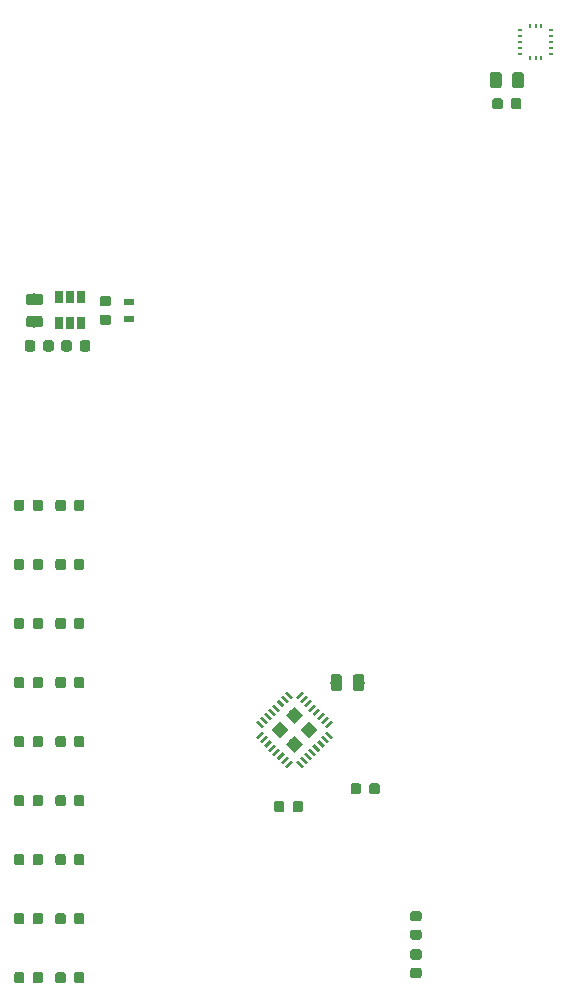
<source format=gbr>
G04 #@! TF.GenerationSoftware,KiCad,Pcbnew,5.1.0-unknown-3692c51~82~ubuntu16.04.1*
G04 #@! TF.CreationDate,2019-03-31T09:48:30-04:00*
G04 #@! TF.ProjectId,BalancingBusinessCardLights,42616c61-6e63-4696-9e67-427573696e65,rev?*
G04 #@! TF.SameCoordinates,Original*
G04 #@! TF.FileFunction,Paste,Top*
G04 #@! TF.FilePolarity,Positive*
%FSLAX46Y46*%
G04 Gerber Fmt 4.6, Leading zero omitted, Abs format (unit mm)*
G04 Created by KiCad (PCBNEW 5.1.0-unknown-3692c51~82~ubuntu16.04.1) date 2019-03-31 09:48:30*
%MOMM*%
%LPD*%
G04 APERTURE LIST*
%ADD10C,0.100000*%
%ADD11C,0.975000*%
%ADD12C,0.875000*%
%ADD13R,0.254000X0.355600*%
%ADD14R,0.355600X0.254000*%
%ADD15R,0.900000X0.500000*%
%ADD16C,1.035000*%
%ADD17C,0.250000*%
%ADD18R,0.650000X1.060000*%
G04 APERTURE END LIST*
D10*
G36*
X215902943Y-111774963D02*
G01*
X215926604Y-111778473D01*
X215949808Y-111784285D01*
X215972330Y-111792343D01*
X215993954Y-111802571D01*
X216014471Y-111814868D01*
X216033684Y-111829118D01*
X216051408Y-111845182D01*
X216067472Y-111862906D01*
X216081722Y-111882119D01*
X216094019Y-111902636D01*
X216104247Y-111924260D01*
X216112305Y-111946782D01*
X216118117Y-111969986D01*
X216121627Y-111993647D01*
X216122801Y-112017539D01*
X216122801Y-112930039D01*
X216121627Y-112953931D01*
X216118117Y-112977592D01*
X216112305Y-113000796D01*
X216104247Y-113023318D01*
X216094019Y-113044942D01*
X216081722Y-113065459D01*
X216067472Y-113084672D01*
X216051408Y-113102396D01*
X216033684Y-113118460D01*
X216014471Y-113132710D01*
X215993954Y-113145007D01*
X215972330Y-113155235D01*
X215949808Y-113163293D01*
X215926604Y-113169105D01*
X215902943Y-113172615D01*
X215879051Y-113173789D01*
X215391551Y-113173789D01*
X215367659Y-113172615D01*
X215343998Y-113169105D01*
X215320794Y-113163293D01*
X215298272Y-113155235D01*
X215276648Y-113145007D01*
X215256131Y-113132710D01*
X215236918Y-113118460D01*
X215219194Y-113102396D01*
X215203130Y-113084672D01*
X215188880Y-113065459D01*
X215176583Y-113044942D01*
X215166355Y-113023318D01*
X215158297Y-113000796D01*
X215152485Y-112977592D01*
X215148975Y-112953931D01*
X215147801Y-112930039D01*
X215147801Y-112017539D01*
X215148975Y-111993647D01*
X215152485Y-111969986D01*
X215158297Y-111946782D01*
X215166355Y-111924260D01*
X215176583Y-111902636D01*
X215188880Y-111882119D01*
X215203130Y-111862906D01*
X215219194Y-111845182D01*
X215236918Y-111829118D01*
X215256131Y-111814868D01*
X215276648Y-111802571D01*
X215298272Y-111792343D01*
X215320794Y-111784285D01*
X215343998Y-111778473D01*
X215367659Y-111774963D01*
X215391551Y-111773789D01*
X215879051Y-111773789D01*
X215902943Y-111774963D01*
X215902943Y-111774963D01*
G37*
D11*
X215635301Y-112473789D03*
D10*
G36*
X214027943Y-111774963D02*
G01*
X214051604Y-111778473D01*
X214074808Y-111784285D01*
X214097330Y-111792343D01*
X214118954Y-111802571D01*
X214139471Y-111814868D01*
X214158684Y-111829118D01*
X214176408Y-111845182D01*
X214192472Y-111862906D01*
X214206722Y-111882119D01*
X214219019Y-111902636D01*
X214229247Y-111924260D01*
X214237305Y-111946782D01*
X214243117Y-111969986D01*
X214246627Y-111993647D01*
X214247801Y-112017539D01*
X214247801Y-112930039D01*
X214246627Y-112953931D01*
X214243117Y-112977592D01*
X214237305Y-113000796D01*
X214229247Y-113023318D01*
X214219019Y-113044942D01*
X214206722Y-113065459D01*
X214192472Y-113084672D01*
X214176408Y-113102396D01*
X214158684Y-113118460D01*
X214139471Y-113132710D01*
X214118954Y-113145007D01*
X214097330Y-113155235D01*
X214074808Y-113163293D01*
X214051604Y-113169105D01*
X214027943Y-113172615D01*
X214004051Y-113173789D01*
X213516551Y-113173789D01*
X213492659Y-113172615D01*
X213468998Y-113169105D01*
X213445794Y-113163293D01*
X213423272Y-113155235D01*
X213401648Y-113145007D01*
X213381131Y-113132710D01*
X213361918Y-113118460D01*
X213344194Y-113102396D01*
X213328130Y-113084672D01*
X213313880Y-113065459D01*
X213301583Y-113044942D01*
X213291355Y-113023318D01*
X213283297Y-113000796D01*
X213277485Y-112977592D01*
X213273975Y-112953931D01*
X213272801Y-112930039D01*
X213272801Y-112017539D01*
X213273975Y-111993647D01*
X213277485Y-111969986D01*
X213283297Y-111946782D01*
X213291355Y-111924260D01*
X213301583Y-111902636D01*
X213313880Y-111882119D01*
X213328130Y-111862906D01*
X213344194Y-111845182D01*
X213361918Y-111829118D01*
X213381131Y-111814868D01*
X213401648Y-111802571D01*
X213423272Y-111792343D01*
X213445794Y-111784285D01*
X213468998Y-111778473D01*
X213492659Y-111774963D01*
X213516551Y-111773789D01*
X214004051Y-111773789D01*
X214027943Y-111774963D01*
X214027943Y-111774963D01*
G37*
D11*
X213760301Y-112473789D03*
D10*
G36*
X227527943Y-60774963D02*
G01*
X227551604Y-60778473D01*
X227574808Y-60784285D01*
X227597330Y-60792343D01*
X227618954Y-60802571D01*
X227639471Y-60814868D01*
X227658684Y-60829118D01*
X227676408Y-60845182D01*
X227692472Y-60862906D01*
X227706722Y-60882119D01*
X227719019Y-60902636D01*
X227729247Y-60924260D01*
X227737305Y-60946782D01*
X227743117Y-60969986D01*
X227746627Y-60993647D01*
X227747801Y-61017539D01*
X227747801Y-61930039D01*
X227746627Y-61953931D01*
X227743117Y-61977592D01*
X227737305Y-62000796D01*
X227729247Y-62023318D01*
X227719019Y-62044942D01*
X227706722Y-62065459D01*
X227692472Y-62084672D01*
X227676408Y-62102396D01*
X227658684Y-62118460D01*
X227639471Y-62132710D01*
X227618954Y-62145007D01*
X227597330Y-62155235D01*
X227574808Y-62163293D01*
X227551604Y-62169105D01*
X227527943Y-62172615D01*
X227504051Y-62173789D01*
X227016551Y-62173789D01*
X226992659Y-62172615D01*
X226968998Y-62169105D01*
X226945794Y-62163293D01*
X226923272Y-62155235D01*
X226901648Y-62145007D01*
X226881131Y-62132710D01*
X226861918Y-62118460D01*
X226844194Y-62102396D01*
X226828130Y-62084672D01*
X226813880Y-62065459D01*
X226801583Y-62044942D01*
X226791355Y-62023318D01*
X226783297Y-62000796D01*
X226777485Y-61977592D01*
X226773975Y-61953931D01*
X226772801Y-61930039D01*
X226772801Y-61017539D01*
X226773975Y-60993647D01*
X226777485Y-60969986D01*
X226783297Y-60946782D01*
X226791355Y-60924260D01*
X226801583Y-60902636D01*
X226813880Y-60882119D01*
X226828130Y-60862906D01*
X226844194Y-60845182D01*
X226861918Y-60829118D01*
X226881131Y-60814868D01*
X226901648Y-60802571D01*
X226923272Y-60792343D01*
X226945794Y-60784285D01*
X226968998Y-60778473D01*
X226992659Y-60774963D01*
X227016551Y-60773789D01*
X227504051Y-60773789D01*
X227527943Y-60774963D01*
X227527943Y-60774963D01*
G37*
D11*
X227260301Y-61473789D03*
D10*
G36*
X229402943Y-60774963D02*
G01*
X229426604Y-60778473D01*
X229449808Y-60784285D01*
X229472330Y-60792343D01*
X229493954Y-60802571D01*
X229514471Y-60814868D01*
X229533684Y-60829118D01*
X229551408Y-60845182D01*
X229567472Y-60862906D01*
X229581722Y-60882119D01*
X229594019Y-60902636D01*
X229604247Y-60924260D01*
X229612305Y-60946782D01*
X229618117Y-60969986D01*
X229621627Y-60993647D01*
X229622801Y-61017539D01*
X229622801Y-61930039D01*
X229621627Y-61953931D01*
X229618117Y-61977592D01*
X229612305Y-62000796D01*
X229604247Y-62023318D01*
X229594019Y-62044942D01*
X229581722Y-62065459D01*
X229567472Y-62084672D01*
X229551408Y-62102396D01*
X229533684Y-62118460D01*
X229514471Y-62132710D01*
X229493954Y-62145007D01*
X229472330Y-62155235D01*
X229449808Y-62163293D01*
X229426604Y-62169105D01*
X229402943Y-62172615D01*
X229379051Y-62173789D01*
X228891551Y-62173789D01*
X228867659Y-62172615D01*
X228843998Y-62169105D01*
X228820794Y-62163293D01*
X228798272Y-62155235D01*
X228776648Y-62145007D01*
X228756131Y-62132710D01*
X228736918Y-62118460D01*
X228719194Y-62102396D01*
X228703130Y-62084672D01*
X228688880Y-62065459D01*
X228676583Y-62044942D01*
X228666355Y-62023318D01*
X228658297Y-62000796D01*
X228652485Y-61977592D01*
X228648975Y-61953931D01*
X228647801Y-61930039D01*
X228647801Y-61017539D01*
X228648975Y-60993647D01*
X228652485Y-60969986D01*
X228658297Y-60946782D01*
X228666355Y-60924260D01*
X228676583Y-60902636D01*
X228688880Y-60882119D01*
X228703130Y-60862906D01*
X228719194Y-60845182D01*
X228736918Y-60829118D01*
X228756131Y-60814868D01*
X228776648Y-60802571D01*
X228798272Y-60792343D01*
X228820794Y-60784285D01*
X228843998Y-60778473D01*
X228867659Y-60774963D01*
X228891551Y-60773789D01*
X229379051Y-60773789D01*
X229402943Y-60774963D01*
X229402943Y-60774963D01*
G37*
D11*
X229135301Y-61473789D03*
D10*
G36*
X227650492Y-62999842D02*
G01*
X227671727Y-63002992D01*
X227692551Y-63008208D01*
X227712763Y-63015440D01*
X227732169Y-63024619D01*
X227750582Y-63035655D01*
X227767825Y-63048443D01*
X227783731Y-63062859D01*
X227798147Y-63078765D01*
X227810935Y-63096008D01*
X227821971Y-63114421D01*
X227831150Y-63133827D01*
X227838382Y-63154039D01*
X227843598Y-63174863D01*
X227846748Y-63196098D01*
X227847801Y-63217539D01*
X227847801Y-63730039D01*
X227846748Y-63751480D01*
X227843598Y-63772715D01*
X227838382Y-63793539D01*
X227831150Y-63813751D01*
X227821971Y-63833157D01*
X227810935Y-63851570D01*
X227798147Y-63868813D01*
X227783731Y-63884719D01*
X227767825Y-63899135D01*
X227750582Y-63911923D01*
X227732169Y-63922959D01*
X227712763Y-63932138D01*
X227692551Y-63939370D01*
X227671727Y-63944586D01*
X227650492Y-63947736D01*
X227629051Y-63948789D01*
X227191551Y-63948789D01*
X227170110Y-63947736D01*
X227148875Y-63944586D01*
X227128051Y-63939370D01*
X227107839Y-63932138D01*
X227088433Y-63922959D01*
X227070020Y-63911923D01*
X227052777Y-63899135D01*
X227036871Y-63884719D01*
X227022455Y-63868813D01*
X227009667Y-63851570D01*
X226998631Y-63833157D01*
X226989452Y-63813751D01*
X226982220Y-63793539D01*
X226977004Y-63772715D01*
X226973854Y-63751480D01*
X226972801Y-63730039D01*
X226972801Y-63217539D01*
X226973854Y-63196098D01*
X226977004Y-63174863D01*
X226982220Y-63154039D01*
X226989452Y-63133827D01*
X226998631Y-63114421D01*
X227009667Y-63096008D01*
X227022455Y-63078765D01*
X227036871Y-63062859D01*
X227052777Y-63048443D01*
X227070020Y-63035655D01*
X227088433Y-63024619D01*
X227107839Y-63015440D01*
X227128051Y-63008208D01*
X227148875Y-63002992D01*
X227170110Y-62999842D01*
X227191551Y-62998789D01*
X227629051Y-62998789D01*
X227650492Y-62999842D01*
X227650492Y-62999842D01*
G37*
D12*
X227410301Y-63473789D03*
D10*
G36*
X229225492Y-62999842D02*
G01*
X229246727Y-63002992D01*
X229267551Y-63008208D01*
X229287763Y-63015440D01*
X229307169Y-63024619D01*
X229325582Y-63035655D01*
X229342825Y-63048443D01*
X229358731Y-63062859D01*
X229373147Y-63078765D01*
X229385935Y-63096008D01*
X229396971Y-63114421D01*
X229406150Y-63133827D01*
X229413382Y-63154039D01*
X229418598Y-63174863D01*
X229421748Y-63196098D01*
X229422801Y-63217539D01*
X229422801Y-63730039D01*
X229421748Y-63751480D01*
X229418598Y-63772715D01*
X229413382Y-63793539D01*
X229406150Y-63813751D01*
X229396971Y-63833157D01*
X229385935Y-63851570D01*
X229373147Y-63868813D01*
X229358731Y-63884719D01*
X229342825Y-63899135D01*
X229325582Y-63911923D01*
X229307169Y-63922959D01*
X229287763Y-63932138D01*
X229267551Y-63939370D01*
X229246727Y-63944586D01*
X229225492Y-63947736D01*
X229204051Y-63948789D01*
X228766551Y-63948789D01*
X228745110Y-63947736D01*
X228723875Y-63944586D01*
X228703051Y-63939370D01*
X228682839Y-63932138D01*
X228663433Y-63922959D01*
X228645020Y-63911923D01*
X228627777Y-63899135D01*
X228611871Y-63884719D01*
X228597455Y-63868813D01*
X228584667Y-63851570D01*
X228573631Y-63833157D01*
X228564452Y-63813751D01*
X228557220Y-63793539D01*
X228552004Y-63772715D01*
X228548854Y-63751480D01*
X228547801Y-63730039D01*
X228547801Y-63217539D01*
X228548854Y-63196098D01*
X228552004Y-63174863D01*
X228557220Y-63154039D01*
X228564452Y-63133827D01*
X228573631Y-63114421D01*
X228584667Y-63096008D01*
X228597455Y-63078765D01*
X228611871Y-63062859D01*
X228627777Y-63048443D01*
X228645020Y-63035655D01*
X228663433Y-63024619D01*
X228682839Y-63015440D01*
X228703051Y-63008208D01*
X228723875Y-63002992D01*
X228745110Y-62999842D01*
X228766551Y-62998789D01*
X229204051Y-62998789D01*
X229225492Y-62999842D01*
X229225492Y-62999842D01*
G37*
D12*
X228985301Y-63473789D03*
D10*
G36*
X188725492Y-136999842D02*
G01*
X188746727Y-137002992D01*
X188767551Y-137008208D01*
X188787763Y-137015440D01*
X188807169Y-137024619D01*
X188825582Y-137035655D01*
X188842825Y-137048443D01*
X188858731Y-137062859D01*
X188873147Y-137078765D01*
X188885935Y-137096008D01*
X188896971Y-137114421D01*
X188906150Y-137133827D01*
X188913382Y-137154039D01*
X188918598Y-137174863D01*
X188921748Y-137196098D01*
X188922801Y-137217539D01*
X188922801Y-137730039D01*
X188921748Y-137751480D01*
X188918598Y-137772715D01*
X188913382Y-137793539D01*
X188906150Y-137813751D01*
X188896971Y-137833157D01*
X188885935Y-137851570D01*
X188873147Y-137868813D01*
X188858731Y-137884719D01*
X188842825Y-137899135D01*
X188825582Y-137911923D01*
X188807169Y-137922959D01*
X188787763Y-137932138D01*
X188767551Y-137939370D01*
X188746727Y-137944586D01*
X188725492Y-137947736D01*
X188704051Y-137948789D01*
X188266551Y-137948789D01*
X188245110Y-137947736D01*
X188223875Y-137944586D01*
X188203051Y-137939370D01*
X188182839Y-137932138D01*
X188163433Y-137922959D01*
X188145020Y-137911923D01*
X188127777Y-137899135D01*
X188111871Y-137884719D01*
X188097455Y-137868813D01*
X188084667Y-137851570D01*
X188073631Y-137833157D01*
X188064452Y-137813751D01*
X188057220Y-137793539D01*
X188052004Y-137772715D01*
X188048854Y-137751480D01*
X188047801Y-137730039D01*
X188047801Y-137217539D01*
X188048854Y-137196098D01*
X188052004Y-137174863D01*
X188057220Y-137154039D01*
X188064452Y-137133827D01*
X188073631Y-137114421D01*
X188084667Y-137096008D01*
X188097455Y-137078765D01*
X188111871Y-137062859D01*
X188127777Y-137048443D01*
X188145020Y-137035655D01*
X188163433Y-137024619D01*
X188182839Y-137015440D01*
X188203051Y-137008208D01*
X188223875Y-137002992D01*
X188245110Y-136999842D01*
X188266551Y-136998789D01*
X188704051Y-136998789D01*
X188725492Y-136999842D01*
X188725492Y-136999842D01*
G37*
D12*
X188485301Y-137473789D03*
D10*
G36*
X187150492Y-136999842D02*
G01*
X187171727Y-137002992D01*
X187192551Y-137008208D01*
X187212763Y-137015440D01*
X187232169Y-137024619D01*
X187250582Y-137035655D01*
X187267825Y-137048443D01*
X187283731Y-137062859D01*
X187298147Y-137078765D01*
X187310935Y-137096008D01*
X187321971Y-137114421D01*
X187331150Y-137133827D01*
X187338382Y-137154039D01*
X187343598Y-137174863D01*
X187346748Y-137196098D01*
X187347801Y-137217539D01*
X187347801Y-137730039D01*
X187346748Y-137751480D01*
X187343598Y-137772715D01*
X187338382Y-137793539D01*
X187331150Y-137813751D01*
X187321971Y-137833157D01*
X187310935Y-137851570D01*
X187298147Y-137868813D01*
X187283731Y-137884719D01*
X187267825Y-137899135D01*
X187250582Y-137911923D01*
X187232169Y-137922959D01*
X187212763Y-137932138D01*
X187192551Y-137939370D01*
X187171727Y-137944586D01*
X187150492Y-137947736D01*
X187129051Y-137948789D01*
X186691551Y-137948789D01*
X186670110Y-137947736D01*
X186648875Y-137944586D01*
X186628051Y-137939370D01*
X186607839Y-137932138D01*
X186588433Y-137922959D01*
X186570020Y-137911923D01*
X186552777Y-137899135D01*
X186536871Y-137884719D01*
X186522455Y-137868813D01*
X186509667Y-137851570D01*
X186498631Y-137833157D01*
X186489452Y-137813751D01*
X186482220Y-137793539D01*
X186477004Y-137772715D01*
X186473854Y-137751480D01*
X186472801Y-137730039D01*
X186472801Y-137217539D01*
X186473854Y-137196098D01*
X186477004Y-137174863D01*
X186482220Y-137154039D01*
X186489452Y-137133827D01*
X186498631Y-137114421D01*
X186509667Y-137096008D01*
X186522455Y-137078765D01*
X186536871Y-137062859D01*
X186552777Y-137048443D01*
X186570020Y-137035655D01*
X186588433Y-137024619D01*
X186607839Y-137015440D01*
X186628051Y-137008208D01*
X186648875Y-137002992D01*
X186670110Y-136999842D01*
X186691551Y-136998789D01*
X187129051Y-136998789D01*
X187150492Y-136999842D01*
X187150492Y-136999842D01*
G37*
D12*
X186910301Y-137473789D03*
D10*
G36*
X188725492Y-131999842D02*
G01*
X188746727Y-132002992D01*
X188767551Y-132008208D01*
X188787763Y-132015440D01*
X188807169Y-132024619D01*
X188825582Y-132035655D01*
X188842825Y-132048443D01*
X188858731Y-132062859D01*
X188873147Y-132078765D01*
X188885935Y-132096008D01*
X188896971Y-132114421D01*
X188906150Y-132133827D01*
X188913382Y-132154039D01*
X188918598Y-132174863D01*
X188921748Y-132196098D01*
X188922801Y-132217539D01*
X188922801Y-132730039D01*
X188921748Y-132751480D01*
X188918598Y-132772715D01*
X188913382Y-132793539D01*
X188906150Y-132813751D01*
X188896971Y-132833157D01*
X188885935Y-132851570D01*
X188873147Y-132868813D01*
X188858731Y-132884719D01*
X188842825Y-132899135D01*
X188825582Y-132911923D01*
X188807169Y-132922959D01*
X188787763Y-132932138D01*
X188767551Y-132939370D01*
X188746727Y-132944586D01*
X188725492Y-132947736D01*
X188704051Y-132948789D01*
X188266551Y-132948789D01*
X188245110Y-132947736D01*
X188223875Y-132944586D01*
X188203051Y-132939370D01*
X188182839Y-132932138D01*
X188163433Y-132922959D01*
X188145020Y-132911923D01*
X188127777Y-132899135D01*
X188111871Y-132884719D01*
X188097455Y-132868813D01*
X188084667Y-132851570D01*
X188073631Y-132833157D01*
X188064452Y-132813751D01*
X188057220Y-132793539D01*
X188052004Y-132772715D01*
X188048854Y-132751480D01*
X188047801Y-132730039D01*
X188047801Y-132217539D01*
X188048854Y-132196098D01*
X188052004Y-132174863D01*
X188057220Y-132154039D01*
X188064452Y-132133827D01*
X188073631Y-132114421D01*
X188084667Y-132096008D01*
X188097455Y-132078765D01*
X188111871Y-132062859D01*
X188127777Y-132048443D01*
X188145020Y-132035655D01*
X188163433Y-132024619D01*
X188182839Y-132015440D01*
X188203051Y-132008208D01*
X188223875Y-132002992D01*
X188245110Y-131999842D01*
X188266551Y-131998789D01*
X188704051Y-131998789D01*
X188725492Y-131999842D01*
X188725492Y-131999842D01*
G37*
D12*
X188485301Y-132473789D03*
D10*
G36*
X187150492Y-131999842D02*
G01*
X187171727Y-132002992D01*
X187192551Y-132008208D01*
X187212763Y-132015440D01*
X187232169Y-132024619D01*
X187250582Y-132035655D01*
X187267825Y-132048443D01*
X187283731Y-132062859D01*
X187298147Y-132078765D01*
X187310935Y-132096008D01*
X187321971Y-132114421D01*
X187331150Y-132133827D01*
X187338382Y-132154039D01*
X187343598Y-132174863D01*
X187346748Y-132196098D01*
X187347801Y-132217539D01*
X187347801Y-132730039D01*
X187346748Y-132751480D01*
X187343598Y-132772715D01*
X187338382Y-132793539D01*
X187331150Y-132813751D01*
X187321971Y-132833157D01*
X187310935Y-132851570D01*
X187298147Y-132868813D01*
X187283731Y-132884719D01*
X187267825Y-132899135D01*
X187250582Y-132911923D01*
X187232169Y-132922959D01*
X187212763Y-132932138D01*
X187192551Y-132939370D01*
X187171727Y-132944586D01*
X187150492Y-132947736D01*
X187129051Y-132948789D01*
X186691551Y-132948789D01*
X186670110Y-132947736D01*
X186648875Y-132944586D01*
X186628051Y-132939370D01*
X186607839Y-132932138D01*
X186588433Y-132922959D01*
X186570020Y-132911923D01*
X186552777Y-132899135D01*
X186536871Y-132884719D01*
X186522455Y-132868813D01*
X186509667Y-132851570D01*
X186498631Y-132833157D01*
X186489452Y-132813751D01*
X186482220Y-132793539D01*
X186477004Y-132772715D01*
X186473854Y-132751480D01*
X186472801Y-132730039D01*
X186472801Y-132217539D01*
X186473854Y-132196098D01*
X186477004Y-132174863D01*
X186482220Y-132154039D01*
X186489452Y-132133827D01*
X186498631Y-132114421D01*
X186509667Y-132096008D01*
X186522455Y-132078765D01*
X186536871Y-132062859D01*
X186552777Y-132048443D01*
X186570020Y-132035655D01*
X186588433Y-132024619D01*
X186607839Y-132015440D01*
X186628051Y-132008208D01*
X186648875Y-132002992D01*
X186670110Y-131999842D01*
X186691551Y-131998789D01*
X187129051Y-131998789D01*
X187150492Y-131999842D01*
X187150492Y-131999842D01*
G37*
D12*
X186910301Y-132473789D03*
D10*
G36*
X188725492Y-126999842D02*
G01*
X188746727Y-127002992D01*
X188767551Y-127008208D01*
X188787763Y-127015440D01*
X188807169Y-127024619D01*
X188825582Y-127035655D01*
X188842825Y-127048443D01*
X188858731Y-127062859D01*
X188873147Y-127078765D01*
X188885935Y-127096008D01*
X188896971Y-127114421D01*
X188906150Y-127133827D01*
X188913382Y-127154039D01*
X188918598Y-127174863D01*
X188921748Y-127196098D01*
X188922801Y-127217539D01*
X188922801Y-127730039D01*
X188921748Y-127751480D01*
X188918598Y-127772715D01*
X188913382Y-127793539D01*
X188906150Y-127813751D01*
X188896971Y-127833157D01*
X188885935Y-127851570D01*
X188873147Y-127868813D01*
X188858731Y-127884719D01*
X188842825Y-127899135D01*
X188825582Y-127911923D01*
X188807169Y-127922959D01*
X188787763Y-127932138D01*
X188767551Y-127939370D01*
X188746727Y-127944586D01*
X188725492Y-127947736D01*
X188704051Y-127948789D01*
X188266551Y-127948789D01*
X188245110Y-127947736D01*
X188223875Y-127944586D01*
X188203051Y-127939370D01*
X188182839Y-127932138D01*
X188163433Y-127922959D01*
X188145020Y-127911923D01*
X188127777Y-127899135D01*
X188111871Y-127884719D01*
X188097455Y-127868813D01*
X188084667Y-127851570D01*
X188073631Y-127833157D01*
X188064452Y-127813751D01*
X188057220Y-127793539D01*
X188052004Y-127772715D01*
X188048854Y-127751480D01*
X188047801Y-127730039D01*
X188047801Y-127217539D01*
X188048854Y-127196098D01*
X188052004Y-127174863D01*
X188057220Y-127154039D01*
X188064452Y-127133827D01*
X188073631Y-127114421D01*
X188084667Y-127096008D01*
X188097455Y-127078765D01*
X188111871Y-127062859D01*
X188127777Y-127048443D01*
X188145020Y-127035655D01*
X188163433Y-127024619D01*
X188182839Y-127015440D01*
X188203051Y-127008208D01*
X188223875Y-127002992D01*
X188245110Y-126999842D01*
X188266551Y-126998789D01*
X188704051Y-126998789D01*
X188725492Y-126999842D01*
X188725492Y-126999842D01*
G37*
D12*
X188485301Y-127473789D03*
D10*
G36*
X187150492Y-126999842D02*
G01*
X187171727Y-127002992D01*
X187192551Y-127008208D01*
X187212763Y-127015440D01*
X187232169Y-127024619D01*
X187250582Y-127035655D01*
X187267825Y-127048443D01*
X187283731Y-127062859D01*
X187298147Y-127078765D01*
X187310935Y-127096008D01*
X187321971Y-127114421D01*
X187331150Y-127133827D01*
X187338382Y-127154039D01*
X187343598Y-127174863D01*
X187346748Y-127196098D01*
X187347801Y-127217539D01*
X187347801Y-127730039D01*
X187346748Y-127751480D01*
X187343598Y-127772715D01*
X187338382Y-127793539D01*
X187331150Y-127813751D01*
X187321971Y-127833157D01*
X187310935Y-127851570D01*
X187298147Y-127868813D01*
X187283731Y-127884719D01*
X187267825Y-127899135D01*
X187250582Y-127911923D01*
X187232169Y-127922959D01*
X187212763Y-127932138D01*
X187192551Y-127939370D01*
X187171727Y-127944586D01*
X187150492Y-127947736D01*
X187129051Y-127948789D01*
X186691551Y-127948789D01*
X186670110Y-127947736D01*
X186648875Y-127944586D01*
X186628051Y-127939370D01*
X186607839Y-127932138D01*
X186588433Y-127922959D01*
X186570020Y-127911923D01*
X186552777Y-127899135D01*
X186536871Y-127884719D01*
X186522455Y-127868813D01*
X186509667Y-127851570D01*
X186498631Y-127833157D01*
X186489452Y-127813751D01*
X186482220Y-127793539D01*
X186477004Y-127772715D01*
X186473854Y-127751480D01*
X186472801Y-127730039D01*
X186472801Y-127217539D01*
X186473854Y-127196098D01*
X186477004Y-127174863D01*
X186482220Y-127154039D01*
X186489452Y-127133827D01*
X186498631Y-127114421D01*
X186509667Y-127096008D01*
X186522455Y-127078765D01*
X186536871Y-127062859D01*
X186552777Y-127048443D01*
X186570020Y-127035655D01*
X186588433Y-127024619D01*
X186607839Y-127015440D01*
X186628051Y-127008208D01*
X186648875Y-127002992D01*
X186670110Y-126999842D01*
X186691551Y-126998789D01*
X187129051Y-126998789D01*
X187150492Y-126999842D01*
X187150492Y-126999842D01*
G37*
D12*
X186910301Y-127473789D03*
D10*
G36*
X188725492Y-121999842D02*
G01*
X188746727Y-122002992D01*
X188767551Y-122008208D01*
X188787763Y-122015440D01*
X188807169Y-122024619D01*
X188825582Y-122035655D01*
X188842825Y-122048443D01*
X188858731Y-122062859D01*
X188873147Y-122078765D01*
X188885935Y-122096008D01*
X188896971Y-122114421D01*
X188906150Y-122133827D01*
X188913382Y-122154039D01*
X188918598Y-122174863D01*
X188921748Y-122196098D01*
X188922801Y-122217539D01*
X188922801Y-122730039D01*
X188921748Y-122751480D01*
X188918598Y-122772715D01*
X188913382Y-122793539D01*
X188906150Y-122813751D01*
X188896971Y-122833157D01*
X188885935Y-122851570D01*
X188873147Y-122868813D01*
X188858731Y-122884719D01*
X188842825Y-122899135D01*
X188825582Y-122911923D01*
X188807169Y-122922959D01*
X188787763Y-122932138D01*
X188767551Y-122939370D01*
X188746727Y-122944586D01*
X188725492Y-122947736D01*
X188704051Y-122948789D01*
X188266551Y-122948789D01*
X188245110Y-122947736D01*
X188223875Y-122944586D01*
X188203051Y-122939370D01*
X188182839Y-122932138D01*
X188163433Y-122922959D01*
X188145020Y-122911923D01*
X188127777Y-122899135D01*
X188111871Y-122884719D01*
X188097455Y-122868813D01*
X188084667Y-122851570D01*
X188073631Y-122833157D01*
X188064452Y-122813751D01*
X188057220Y-122793539D01*
X188052004Y-122772715D01*
X188048854Y-122751480D01*
X188047801Y-122730039D01*
X188047801Y-122217539D01*
X188048854Y-122196098D01*
X188052004Y-122174863D01*
X188057220Y-122154039D01*
X188064452Y-122133827D01*
X188073631Y-122114421D01*
X188084667Y-122096008D01*
X188097455Y-122078765D01*
X188111871Y-122062859D01*
X188127777Y-122048443D01*
X188145020Y-122035655D01*
X188163433Y-122024619D01*
X188182839Y-122015440D01*
X188203051Y-122008208D01*
X188223875Y-122002992D01*
X188245110Y-121999842D01*
X188266551Y-121998789D01*
X188704051Y-121998789D01*
X188725492Y-121999842D01*
X188725492Y-121999842D01*
G37*
D12*
X188485301Y-122473789D03*
D10*
G36*
X187150492Y-121999842D02*
G01*
X187171727Y-122002992D01*
X187192551Y-122008208D01*
X187212763Y-122015440D01*
X187232169Y-122024619D01*
X187250582Y-122035655D01*
X187267825Y-122048443D01*
X187283731Y-122062859D01*
X187298147Y-122078765D01*
X187310935Y-122096008D01*
X187321971Y-122114421D01*
X187331150Y-122133827D01*
X187338382Y-122154039D01*
X187343598Y-122174863D01*
X187346748Y-122196098D01*
X187347801Y-122217539D01*
X187347801Y-122730039D01*
X187346748Y-122751480D01*
X187343598Y-122772715D01*
X187338382Y-122793539D01*
X187331150Y-122813751D01*
X187321971Y-122833157D01*
X187310935Y-122851570D01*
X187298147Y-122868813D01*
X187283731Y-122884719D01*
X187267825Y-122899135D01*
X187250582Y-122911923D01*
X187232169Y-122922959D01*
X187212763Y-122932138D01*
X187192551Y-122939370D01*
X187171727Y-122944586D01*
X187150492Y-122947736D01*
X187129051Y-122948789D01*
X186691551Y-122948789D01*
X186670110Y-122947736D01*
X186648875Y-122944586D01*
X186628051Y-122939370D01*
X186607839Y-122932138D01*
X186588433Y-122922959D01*
X186570020Y-122911923D01*
X186552777Y-122899135D01*
X186536871Y-122884719D01*
X186522455Y-122868813D01*
X186509667Y-122851570D01*
X186498631Y-122833157D01*
X186489452Y-122813751D01*
X186482220Y-122793539D01*
X186477004Y-122772715D01*
X186473854Y-122751480D01*
X186472801Y-122730039D01*
X186472801Y-122217539D01*
X186473854Y-122196098D01*
X186477004Y-122174863D01*
X186482220Y-122154039D01*
X186489452Y-122133827D01*
X186498631Y-122114421D01*
X186509667Y-122096008D01*
X186522455Y-122078765D01*
X186536871Y-122062859D01*
X186552777Y-122048443D01*
X186570020Y-122035655D01*
X186588433Y-122024619D01*
X186607839Y-122015440D01*
X186628051Y-122008208D01*
X186648875Y-122002992D01*
X186670110Y-121999842D01*
X186691551Y-121998789D01*
X187129051Y-121998789D01*
X187150492Y-121999842D01*
X187150492Y-121999842D01*
G37*
D12*
X186910301Y-122473789D03*
D10*
G36*
X188725492Y-116999842D02*
G01*
X188746727Y-117002992D01*
X188767551Y-117008208D01*
X188787763Y-117015440D01*
X188807169Y-117024619D01*
X188825582Y-117035655D01*
X188842825Y-117048443D01*
X188858731Y-117062859D01*
X188873147Y-117078765D01*
X188885935Y-117096008D01*
X188896971Y-117114421D01*
X188906150Y-117133827D01*
X188913382Y-117154039D01*
X188918598Y-117174863D01*
X188921748Y-117196098D01*
X188922801Y-117217539D01*
X188922801Y-117730039D01*
X188921748Y-117751480D01*
X188918598Y-117772715D01*
X188913382Y-117793539D01*
X188906150Y-117813751D01*
X188896971Y-117833157D01*
X188885935Y-117851570D01*
X188873147Y-117868813D01*
X188858731Y-117884719D01*
X188842825Y-117899135D01*
X188825582Y-117911923D01*
X188807169Y-117922959D01*
X188787763Y-117932138D01*
X188767551Y-117939370D01*
X188746727Y-117944586D01*
X188725492Y-117947736D01*
X188704051Y-117948789D01*
X188266551Y-117948789D01*
X188245110Y-117947736D01*
X188223875Y-117944586D01*
X188203051Y-117939370D01*
X188182839Y-117932138D01*
X188163433Y-117922959D01*
X188145020Y-117911923D01*
X188127777Y-117899135D01*
X188111871Y-117884719D01*
X188097455Y-117868813D01*
X188084667Y-117851570D01*
X188073631Y-117833157D01*
X188064452Y-117813751D01*
X188057220Y-117793539D01*
X188052004Y-117772715D01*
X188048854Y-117751480D01*
X188047801Y-117730039D01*
X188047801Y-117217539D01*
X188048854Y-117196098D01*
X188052004Y-117174863D01*
X188057220Y-117154039D01*
X188064452Y-117133827D01*
X188073631Y-117114421D01*
X188084667Y-117096008D01*
X188097455Y-117078765D01*
X188111871Y-117062859D01*
X188127777Y-117048443D01*
X188145020Y-117035655D01*
X188163433Y-117024619D01*
X188182839Y-117015440D01*
X188203051Y-117008208D01*
X188223875Y-117002992D01*
X188245110Y-116999842D01*
X188266551Y-116998789D01*
X188704051Y-116998789D01*
X188725492Y-116999842D01*
X188725492Y-116999842D01*
G37*
D12*
X188485301Y-117473789D03*
D10*
G36*
X187150492Y-116999842D02*
G01*
X187171727Y-117002992D01*
X187192551Y-117008208D01*
X187212763Y-117015440D01*
X187232169Y-117024619D01*
X187250582Y-117035655D01*
X187267825Y-117048443D01*
X187283731Y-117062859D01*
X187298147Y-117078765D01*
X187310935Y-117096008D01*
X187321971Y-117114421D01*
X187331150Y-117133827D01*
X187338382Y-117154039D01*
X187343598Y-117174863D01*
X187346748Y-117196098D01*
X187347801Y-117217539D01*
X187347801Y-117730039D01*
X187346748Y-117751480D01*
X187343598Y-117772715D01*
X187338382Y-117793539D01*
X187331150Y-117813751D01*
X187321971Y-117833157D01*
X187310935Y-117851570D01*
X187298147Y-117868813D01*
X187283731Y-117884719D01*
X187267825Y-117899135D01*
X187250582Y-117911923D01*
X187232169Y-117922959D01*
X187212763Y-117932138D01*
X187192551Y-117939370D01*
X187171727Y-117944586D01*
X187150492Y-117947736D01*
X187129051Y-117948789D01*
X186691551Y-117948789D01*
X186670110Y-117947736D01*
X186648875Y-117944586D01*
X186628051Y-117939370D01*
X186607839Y-117932138D01*
X186588433Y-117922959D01*
X186570020Y-117911923D01*
X186552777Y-117899135D01*
X186536871Y-117884719D01*
X186522455Y-117868813D01*
X186509667Y-117851570D01*
X186498631Y-117833157D01*
X186489452Y-117813751D01*
X186482220Y-117793539D01*
X186477004Y-117772715D01*
X186473854Y-117751480D01*
X186472801Y-117730039D01*
X186472801Y-117217539D01*
X186473854Y-117196098D01*
X186477004Y-117174863D01*
X186482220Y-117154039D01*
X186489452Y-117133827D01*
X186498631Y-117114421D01*
X186509667Y-117096008D01*
X186522455Y-117078765D01*
X186536871Y-117062859D01*
X186552777Y-117048443D01*
X186570020Y-117035655D01*
X186588433Y-117024619D01*
X186607839Y-117015440D01*
X186628051Y-117008208D01*
X186648875Y-117002992D01*
X186670110Y-116999842D01*
X186691551Y-116998789D01*
X187129051Y-116998789D01*
X187150492Y-116999842D01*
X187150492Y-116999842D01*
G37*
D12*
X186910301Y-117473789D03*
D10*
G36*
X188725492Y-111999842D02*
G01*
X188746727Y-112002992D01*
X188767551Y-112008208D01*
X188787763Y-112015440D01*
X188807169Y-112024619D01*
X188825582Y-112035655D01*
X188842825Y-112048443D01*
X188858731Y-112062859D01*
X188873147Y-112078765D01*
X188885935Y-112096008D01*
X188896971Y-112114421D01*
X188906150Y-112133827D01*
X188913382Y-112154039D01*
X188918598Y-112174863D01*
X188921748Y-112196098D01*
X188922801Y-112217539D01*
X188922801Y-112730039D01*
X188921748Y-112751480D01*
X188918598Y-112772715D01*
X188913382Y-112793539D01*
X188906150Y-112813751D01*
X188896971Y-112833157D01*
X188885935Y-112851570D01*
X188873147Y-112868813D01*
X188858731Y-112884719D01*
X188842825Y-112899135D01*
X188825582Y-112911923D01*
X188807169Y-112922959D01*
X188787763Y-112932138D01*
X188767551Y-112939370D01*
X188746727Y-112944586D01*
X188725492Y-112947736D01*
X188704051Y-112948789D01*
X188266551Y-112948789D01*
X188245110Y-112947736D01*
X188223875Y-112944586D01*
X188203051Y-112939370D01*
X188182839Y-112932138D01*
X188163433Y-112922959D01*
X188145020Y-112911923D01*
X188127777Y-112899135D01*
X188111871Y-112884719D01*
X188097455Y-112868813D01*
X188084667Y-112851570D01*
X188073631Y-112833157D01*
X188064452Y-112813751D01*
X188057220Y-112793539D01*
X188052004Y-112772715D01*
X188048854Y-112751480D01*
X188047801Y-112730039D01*
X188047801Y-112217539D01*
X188048854Y-112196098D01*
X188052004Y-112174863D01*
X188057220Y-112154039D01*
X188064452Y-112133827D01*
X188073631Y-112114421D01*
X188084667Y-112096008D01*
X188097455Y-112078765D01*
X188111871Y-112062859D01*
X188127777Y-112048443D01*
X188145020Y-112035655D01*
X188163433Y-112024619D01*
X188182839Y-112015440D01*
X188203051Y-112008208D01*
X188223875Y-112002992D01*
X188245110Y-111999842D01*
X188266551Y-111998789D01*
X188704051Y-111998789D01*
X188725492Y-111999842D01*
X188725492Y-111999842D01*
G37*
D12*
X188485301Y-112473789D03*
D10*
G36*
X187150492Y-111999842D02*
G01*
X187171727Y-112002992D01*
X187192551Y-112008208D01*
X187212763Y-112015440D01*
X187232169Y-112024619D01*
X187250582Y-112035655D01*
X187267825Y-112048443D01*
X187283731Y-112062859D01*
X187298147Y-112078765D01*
X187310935Y-112096008D01*
X187321971Y-112114421D01*
X187331150Y-112133827D01*
X187338382Y-112154039D01*
X187343598Y-112174863D01*
X187346748Y-112196098D01*
X187347801Y-112217539D01*
X187347801Y-112730039D01*
X187346748Y-112751480D01*
X187343598Y-112772715D01*
X187338382Y-112793539D01*
X187331150Y-112813751D01*
X187321971Y-112833157D01*
X187310935Y-112851570D01*
X187298147Y-112868813D01*
X187283731Y-112884719D01*
X187267825Y-112899135D01*
X187250582Y-112911923D01*
X187232169Y-112922959D01*
X187212763Y-112932138D01*
X187192551Y-112939370D01*
X187171727Y-112944586D01*
X187150492Y-112947736D01*
X187129051Y-112948789D01*
X186691551Y-112948789D01*
X186670110Y-112947736D01*
X186648875Y-112944586D01*
X186628051Y-112939370D01*
X186607839Y-112932138D01*
X186588433Y-112922959D01*
X186570020Y-112911923D01*
X186552777Y-112899135D01*
X186536871Y-112884719D01*
X186522455Y-112868813D01*
X186509667Y-112851570D01*
X186498631Y-112833157D01*
X186489452Y-112813751D01*
X186482220Y-112793539D01*
X186477004Y-112772715D01*
X186473854Y-112751480D01*
X186472801Y-112730039D01*
X186472801Y-112217539D01*
X186473854Y-112196098D01*
X186477004Y-112174863D01*
X186482220Y-112154039D01*
X186489452Y-112133827D01*
X186498631Y-112114421D01*
X186509667Y-112096008D01*
X186522455Y-112078765D01*
X186536871Y-112062859D01*
X186552777Y-112048443D01*
X186570020Y-112035655D01*
X186588433Y-112024619D01*
X186607839Y-112015440D01*
X186628051Y-112008208D01*
X186648875Y-112002992D01*
X186670110Y-111999842D01*
X186691551Y-111998789D01*
X187129051Y-111998789D01*
X187150492Y-111999842D01*
X187150492Y-111999842D01*
G37*
D12*
X186910301Y-112473789D03*
D10*
G36*
X188725492Y-106999842D02*
G01*
X188746727Y-107002992D01*
X188767551Y-107008208D01*
X188787763Y-107015440D01*
X188807169Y-107024619D01*
X188825582Y-107035655D01*
X188842825Y-107048443D01*
X188858731Y-107062859D01*
X188873147Y-107078765D01*
X188885935Y-107096008D01*
X188896971Y-107114421D01*
X188906150Y-107133827D01*
X188913382Y-107154039D01*
X188918598Y-107174863D01*
X188921748Y-107196098D01*
X188922801Y-107217539D01*
X188922801Y-107730039D01*
X188921748Y-107751480D01*
X188918598Y-107772715D01*
X188913382Y-107793539D01*
X188906150Y-107813751D01*
X188896971Y-107833157D01*
X188885935Y-107851570D01*
X188873147Y-107868813D01*
X188858731Y-107884719D01*
X188842825Y-107899135D01*
X188825582Y-107911923D01*
X188807169Y-107922959D01*
X188787763Y-107932138D01*
X188767551Y-107939370D01*
X188746727Y-107944586D01*
X188725492Y-107947736D01*
X188704051Y-107948789D01*
X188266551Y-107948789D01*
X188245110Y-107947736D01*
X188223875Y-107944586D01*
X188203051Y-107939370D01*
X188182839Y-107932138D01*
X188163433Y-107922959D01*
X188145020Y-107911923D01*
X188127777Y-107899135D01*
X188111871Y-107884719D01*
X188097455Y-107868813D01*
X188084667Y-107851570D01*
X188073631Y-107833157D01*
X188064452Y-107813751D01*
X188057220Y-107793539D01*
X188052004Y-107772715D01*
X188048854Y-107751480D01*
X188047801Y-107730039D01*
X188047801Y-107217539D01*
X188048854Y-107196098D01*
X188052004Y-107174863D01*
X188057220Y-107154039D01*
X188064452Y-107133827D01*
X188073631Y-107114421D01*
X188084667Y-107096008D01*
X188097455Y-107078765D01*
X188111871Y-107062859D01*
X188127777Y-107048443D01*
X188145020Y-107035655D01*
X188163433Y-107024619D01*
X188182839Y-107015440D01*
X188203051Y-107008208D01*
X188223875Y-107002992D01*
X188245110Y-106999842D01*
X188266551Y-106998789D01*
X188704051Y-106998789D01*
X188725492Y-106999842D01*
X188725492Y-106999842D01*
G37*
D12*
X188485301Y-107473789D03*
D10*
G36*
X187150492Y-106999842D02*
G01*
X187171727Y-107002992D01*
X187192551Y-107008208D01*
X187212763Y-107015440D01*
X187232169Y-107024619D01*
X187250582Y-107035655D01*
X187267825Y-107048443D01*
X187283731Y-107062859D01*
X187298147Y-107078765D01*
X187310935Y-107096008D01*
X187321971Y-107114421D01*
X187331150Y-107133827D01*
X187338382Y-107154039D01*
X187343598Y-107174863D01*
X187346748Y-107196098D01*
X187347801Y-107217539D01*
X187347801Y-107730039D01*
X187346748Y-107751480D01*
X187343598Y-107772715D01*
X187338382Y-107793539D01*
X187331150Y-107813751D01*
X187321971Y-107833157D01*
X187310935Y-107851570D01*
X187298147Y-107868813D01*
X187283731Y-107884719D01*
X187267825Y-107899135D01*
X187250582Y-107911923D01*
X187232169Y-107922959D01*
X187212763Y-107932138D01*
X187192551Y-107939370D01*
X187171727Y-107944586D01*
X187150492Y-107947736D01*
X187129051Y-107948789D01*
X186691551Y-107948789D01*
X186670110Y-107947736D01*
X186648875Y-107944586D01*
X186628051Y-107939370D01*
X186607839Y-107932138D01*
X186588433Y-107922959D01*
X186570020Y-107911923D01*
X186552777Y-107899135D01*
X186536871Y-107884719D01*
X186522455Y-107868813D01*
X186509667Y-107851570D01*
X186498631Y-107833157D01*
X186489452Y-107813751D01*
X186482220Y-107793539D01*
X186477004Y-107772715D01*
X186473854Y-107751480D01*
X186472801Y-107730039D01*
X186472801Y-107217539D01*
X186473854Y-107196098D01*
X186477004Y-107174863D01*
X186482220Y-107154039D01*
X186489452Y-107133827D01*
X186498631Y-107114421D01*
X186509667Y-107096008D01*
X186522455Y-107078765D01*
X186536871Y-107062859D01*
X186552777Y-107048443D01*
X186570020Y-107035655D01*
X186588433Y-107024619D01*
X186607839Y-107015440D01*
X186628051Y-107008208D01*
X186648875Y-107002992D01*
X186670110Y-106999842D01*
X186691551Y-106998789D01*
X187129051Y-106998789D01*
X187150492Y-106999842D01*
X187150492Y-106999842D01*
G37*
D12*
X186910301Y-107473789D03*
D10*
G36*
X188725492Y-101999842D02*
G01*
X188746727Y-102002992D01*
X188767551Y-102008208D01*
X188787763Y-102015440D01*
X188807169Y-102024619D01*
X188825582Y-102035655D01*
X188842825Y-102048443D01*
X188858731Y-102062859D01*
X188873147Y-102078765D01*
X188885935Y-102096008D01*
X188896971Y-102114421D01*
X188906150Y-102133827D01*
X188913382Y-102154039D01*
X188918598Y-102174863D01*
X188921748Y-102196098D01*
X188922801Y-102217539D01*
X188922801Y-102730039D01*
X188921748Y-102751480D01*
X188918598Y-102772715D01*
X188913382Y-102793539D01*
X188906150Y-102813751D01*
X188896971Y-102833157D01*
X188885935Y-102851570D01*
X188873147Y-102868813D01*
X188858731Y-102884719D01*
X188842825Y-102899135D01*
X188825582Y-102911923D01*
X188807169Y-102922959D01*
X188787763Y-102932138D01*
X188767551Y-102939370D01*
X188746727Y-102944586D01*
X188725492Y-102947736D01*
X188704051Y-102948789D01*
X188266551Y-102948789D01*
X188245110Y-102947736D01*
X188223875Y-102944586D01*
X188203051Y-102939370D01*
X188182839Y-102932138D01*
X188163433Y-102922959D01*
X188145020Y-102911923D01*
X188127777Y-102899135D01*
X188111871Y-102884719D01*
X188097455Y-102868813D01*
X188084667Y-102851570D01*
X188073631Y-102833157D01*
X188064452Y-102813751D01*
X188057220Y-102793539D01*
X188052004Y-102772715D01*
X188048854Y-102751480D01*
X188047801Y-102730039D01*
X188047801Y-102217539D01*
X188048854Y-102196098D01*
X188052004Y-102174863D01*
X188057220Y-102154039D01*
X188064452Y-102133827D01*
X188073631Y-102114421D01*
X188084667Y-102096008D01*
X188097455Y-102078765D01*
X188111871Y-102062859D01*
X188127777Y-102048443D01*
X188145020Y-102035655D01*
X188163433Y-102024619D01*
X188182839Y-102015440D01*
X188203051Y-102008208D01*
X188223875Y-102002992D01*
X188245110Y-101999842D01*
X188266551Y-101998789D01*
X188704051Y-101998789D01*
X188725492Y-101999842D01*
X188725492Y-101999842D01*
G37*
D12*
X188485301Y-102473789D03*
D10*
G36*
X187150492Y-101999842D02*
G01*
X187171727Y-102002992D01*
X187192551Y-102008208D01*
X187212763Y-102015440D01*
X187232169Y-102024619D01*
X187250582Y-102035655D01*
X187267825Y-102048443D01*
X187283731Y-102062859D01*
X187298147Y-102078765D01*
X187310935Y-102096008D01*
X187321971Y-102114421D01*
X187331150Y-102133827D01*
X187338382Y-102154039D01*
X187343598Y-102174863D01*
X187346748Y-102196098D01*
X187347801Y-102217539D01*
X187347801Y-102730039D01*
X187346748Y-102751480D01*
X187343598Y-102772715D01*
X187338382Y-102793539D01*
X187331150Y-102813751D01*
X187321971Y-102833157D01*
X187310935Y-102851570D01*
X187298147Y-102868813D01*
X187283731Y-102884719D01*
X187267825Y-102899135D01*
X187250582Y-102911923D01*
X187232169Y-102922959D01*
X187212763Y-102932138D01*
X187192551Y-102939370D01*
X187171727Y-102944586D01*
X187150492Y-102947736D01*
X187129051Y-102948789D01*
X186691551Y-102948789D01*
X186670110Y-102947736D01*
X186648875Y-102944586D01*
X186628051Y-102939370D01*
X186607839Y-102932138D01*
X186588433Y-102922959D01*
X186570020Y-102911923D01*
X186552777Y-102899135D01*
X186536871Y-102884719D01*
X186522455Y-102868813D01*
X186509667Y-102851570D01*
X186498631Y-102833157D01*
X186489452Y-102813751D01*
X186482220Y-102793539D01*
X186477004Y-102772715D01*
X186473854Y-102751480D01*
X186472801Y-102730039D01*
X186472801Y-102217539D01*
X186473854Y-102196098D01*
X186477004Y-102174863D01*
X186482220Y-102154039D01*
X186489452Y-102133827D01*
X186498631Y-102114421D01*
X186509667Y-102096008D01*
X186522455Y-102078765D01*
X186536871Y-102062859D01*
X186552777Y-102048443D01*
X186570020Y-102035655D01*
X186588433Y-102024619D01*
X186607839Y-102015440D01*
X186628051Y-102008208D01*
X186648875Y-102002992D01*
X186670110Y-101999842D01*
X186691551Y-101998789D01*
X187129051Y-101998789D01*
X187150492Y-101999842D01*
X187150492Y-101999842D01*
G37*
D12*
X186910301Y-102473789D03*
D10*
G36*
X188725492Y-96999842D02*
G01*
X188746727Y-97002992D01*
X188767551Y-97008208D01*
X188787763Y-97015440D01*
X188807169Y-97024619D01*
X188825582Y-97035655D01*
X188842825Y-97048443D01*
X188858731Y-97062859D01*
X188873147Y-97078765D01*
X188885935Y-97096008D01*
X188896971Y-97114421D01*
X188906150Y-97133827D01*
X188913382Y-97154039D01*
X188918598Y-97174863D01*
X188921748Y-97196098D01*
X188922801Y-97217539D01*
X188922801Y-97730039D01*
X188921748Y-97751480D01*
X188918598Y-97772715D01*
X188913382Y-97793539D01*
X188906150Y-97813751D01*
X188896971Y-97833157D01*
X188885935Y-97851570D01*
X188873147Y-97868813D01*
X188858731Y-97884719D01*
X188842825Y-97899135D01*
X188825582Y-97911923D01*
X188807169Y-97922959D01*
X188787763Y-97932138D01*
X188767551Y-97939370D01*
X188746727Y-97944586D01*
X188725492Y-97947736D01*
X188704051Y-97948789D01*
X188266551Y-97948789D01*
X188245110Y-97947736D01*
X188223875Y-97944586D01*
X188203051Y-97939370D01*
X188182839Y-97932138D01*
X188163433Y-97922959D01*
X188145020Y-97911923D01*
X188127777Y-97899135D01*
X188111871Y-97884719D01*
X188097455Y-97868813D01*
X188084667Y-97851570D01*
X188073631Y-97833157D01*
X188064452Y-97813751D01*
X188057220Y-97793539D01*
X188052004Y-97772715D01*
X188048854Y-97751480D01*
X188047801Y-97730039D01*
X188047801Y-97217539D01*
X188048854Y-97196098D01*
X188052004Y-97174863D01*
X188057220Y-97154039D01*
X188064452Y-97133827D01*
X188073631Y-97114421D01*
X188084667Y-97096008D01*
X188097455Y-97078765D01*
X188111871Y-97062859D01*
X188127777Y-97048443D01*
X188145020Y-97035655D01*
X188163433Y-97024619D01*
X188182839Y-97015440D01*
X188203051Y-97008208D01*
X188223875Y-97002992D01*
X188245110Y-96999842D01*
X188266551Y-96998789D01*
X188704051Y-96998789D01*
X188725492Y-96999842D01*
X188725492Y-96999842D01*
G37*
D12*
X188485301Y-97473789D03*
D10*
G36*
X187150492Y-96999842D02*
G01*
X187171727Y-97002992D01*
X187192551Y-97008208D01*
X187212763Y-97015440D01*
X187232169Y-97024619D01*
X187250582Y-97035655D01*
X187267825Y-97048443D01*
X187283731Y-97062859D01*
X187298147Y-97078765D01*
X187310935Y-97096008D01*
X187321971Y-97114421D01*
X187331150Y-97133827D01*
X187338382Y-97154039D01*
X187343598Y-97174863D01*
X187346748Y-97196098D01*
X187347801Y-97217539D01*
X187347801Y-97730039D01*
X187346748Y-97751480D01*
X187343598Y-97772715D01*
X187338382Y-97793539D01*
X187331150Y-97813751D01*
X187321971Y-97833157D01*
X187310935Y-97851570D01*
X187298147Y-97868813D01*
X187283731Y-97884719D01*
X187267825Y-97899135D01*
X187250582Y-97911923D01*
X187232169Y-97922959D01*
X187212763Y-97932138D01*
X187192551Y-97939370D01*
X187171727Y-97944586D01*
X187150492Y-97947736D01*
X187129051Y-97948789D01*
X186691551Y-97948789D01*
X186670110Y-97947736D01*
X186648875Y-97944586D01*
X186628051Y-97939370D01*
X186607839Y-97932138D01*
X186588433Y-97922959D01*
X186570020Y-97911923D01*
X186552777Y-97899135D01*
X186536871Y-97884719D01*
X186522455Y-97868813D01*
X186509667Y-97851570D01*
X186498631Y-97833157D01*
X186489452Y-97813751D01*
X186482220Y-97793539D01*
X186477004Y-97772715D01*
X186473854Y-97751480D01*
X186472801Y-97730039D01*
X186472801Y-97217539D01*
X186473854Y-97196098D01*
X186477004Y-97174863D01*
X186482220Y-97154039D01*
X186489452Y-97133827D01*
X186498631Y-97114421D01*
X186509667Y-97096008D01*
X186522455Y-97078765D01*
X186536871Y-97062859D01*
X186552777Y-97048443D01*
X186570020Y-97035655D01*
X186588433Y-97024619D01*
X186607839Y-97015440D01*
X186628051Y-97008208D01*
X186648875Y-97002992D01*
X186670110Y-96999842D01*
X186691551Y-96998789D01*
X187129051Y-96998789D01*
X187150492Y-96999842D01*
X187150492Y-96999842D01*
G37*
D12*
X186910301Y-97473789D03*
D13*
X231122799Y-59564988D03*
X230622800Y-59564988D03*
X230122801Y-59564988D03*
D14*
X229276600Y-59218789D03*
X229276600Y-58718787D03*
X229276600Y-58218788D03*
X229276600Y-57718789D03*
X229276600Y-57218787D03*
D13*
X230122801Y-56872588D03*
X230622800Y-56872588D03*
X231122799Y-56872588D03*
D14*
X231969000Y-57218787D03*
X231969000Y-57718789D03*
X231969000Y-58218788D03*
X231969000Y-58718787D03*
X231969000Y-59218789D03*
D15*
X196197801Y-81723789D03*
X196197801Y-80223789D03*
D16*
X211417560Y-116473789D03*
D10*
G36*
X211417560Y-115741933D02*
G01*
X212149416Y-116473789D01*
X211417560Y-117205645D01*
X210685704Y-116473789D01*
X211417560Y-115741933D01*
X211417560Y-115741933D01*
G37*
D16*
X210197801Y-115254030D03*
D10*
G36*
X210197801Y-114522174D02*
G01*
X210929657Y-115254030D01*
X210197801Y-115985886D01*
X209465945Y-115254030D01*
X210197801Y-114522174D01*
X210197801Y-114522174D01*
G37*
D16*
X210197801Y-117693548D03*
D10*
G36*
X210197801Y-116961692D02*
G01*
X210929657Y-117693548D01*
X210197801Y-118425404D01*
X209465945Y-117693548D01*
X210197801Y-116961692D01*
X210197801Y-116961692D01*
G37*
D16*
X208978042Y-116473789D03*
D10*
G36*
X208978042Y-115741933D02*
G01*
X209709898Y-116473789D01*
X208978042Y-117205645D01*
X208246186Y-116473789D01*
X208978042Y-115741933D01*
X208978042Y-115741933D01*
G37*
D17*
X213132294Y-116933408D03*
D10*
G36*
X212796418Y-116774309D02*
G01*
X212973195Y-116597532D01*
X213468170Y-117092507D01*
X213291393Y-117269284D01*
X212796418Y-116774309D01*
X212796418Y-116774309D01*
G37*
D17*
X212778741Y-117286962D03*
D10*
G36*
X212442865Y-117127863D02*
G01*
X212619642Y-116951086D01*
X213114617Y-117446061D01*
X212937840Y-117622838D01*
X212442865Y-117127863D01*
X212442865Y-117127863D01*
G37*
D17*
X212425187Y-117640515D03*
D10*
G36*
X212089311Y-117481416D02*
G01*
X212266088Y-117304639D01*
X212761063Y-117799614D01*
X212584286Y-117976391D01*
X212089311Y-117481416D01*
X212089311Y-117481416D01*
G37*
D17*
X212071634Y-117994069D03*
D10*
G36*
X211735758Y-117834970D02*
G01*
X211912535Y-117658193D01*
X212407510Y-118153168D01*
X212230733Y-118329945D01*
X211735758Y-117834970D01*
X211735758Y-117834970D01*
G37*
D17*
X211718081Y-118347622D03*
D10*
G36*
X211382205Y-118188523D02*
G01*
X211558982Y-118011746D01*
X212053957Y-118506721D01*
X211877180Y-118683498D01*
X211382205Y-118188523D01*
X211382205Y-118188523D01*
G37*
D17*
X211364527Y-118701175D03*
D10*
G36*
X211028651Y-118542076D02*
G01*
X211205428Y-118365299D01*
X211700403Y-118860274D01*
X211523626Y-119037051D01*
X211028651Y-118542076D01*
X211028651Y-118542076D01*
G37*
D17*
X211010974Y-119054729D03*
D10*
G36*
X210675098Y-118895630D02*
G01*
X210851875Y-118718853D01*
X211346850Y-119213828D01*
X211170073Y-119390605D01*
X210675098Y-118895630D01*
X210675098Y-118895630D01*
G37*
D17*
X210657420Y-119408282D03*
D10*
G36*
X210321544Y-119249183D02*
G01*
X210498321Y-119072406D01*
X210993296Y-119567381D01*
X210816519Y-119744158D01*
X210321544Y-119249183D01*
X210321544Y-119249183D01*
G37*
D17*
X209738182Y-119408282D03*
D10*
G36*
X209897281Y-119072406D02*
G01*
X210074058Y-119249183D01*
X209579083Y-119744158D01*
X209402306Y-119567381D01*
X209897281Y-119072406D01*
X209897281Y-119072406D01*
G37*
D17*
X209384628Y-119054729D03*
D10*
G36*
X209543727Y-118718853D02*
G01*
X209720504Y-118895630D01*
X209225529Y-119390605D01*
X209048752Y-119213828D01*
X209543727Y-118718853D01*
X209543727Y-118718853D01*
G37*
D17*
X209031075Y-118701175D03*
D10*
G36*
X209190174Y-118365299D02*
G01*
X209366951Y-118542076D01*
X208871976Y-119037051D01*
X208695199Y-118860274D01*
X209190174Y-118365299D01*
X209190174Y-118365299D01*
G37*
D17*
X208677521Y-118347622D03*
D10*
G36*
X208836620Y-118011746D02*
G01*
X209013397Y-118188523D01*
X208518422Y-118683498D01*
X208341645Y-118506721D01*
X208836620Y-118011746D01*
X208836620Y-118011746D01*
G37*
D17*
X208323968Y-117994069D03*
D10*
G36*
X208483067Y-117658193D02*
G01*
X208659844Y-117834970D01*
X208164869Y-118329945D01*
X207988092Y-118153168D01*
X208483067Y-117658193D01*
X208483067Y-117658193D01*
G37*
D17*
X207970415Y-117640515D03*
D10*
G36*
X208129514Y-117304639D02*
G01*
X208306291Y-117481416D01*
X207811316Y-117976391D01*
X207634539Y-117799614D01*
X208129514Y-117304639D01*
X208129514Y-117304639D01*
G37*
D17*
X207616861Y-117286962D03*
D10*
G36*
X207775960Y-116951086D02*
G01*
X207952737Y-117127863D01*
X207457762Y-117622838D01*
X207280985Y-117446061D01*
X207775960Y-116951086D01*
X207775960Y-116951086D01*
G37*
D17*
X207263308Y-116933408D03*
D10*
G36*
X207422407Y-116597532D02*
G01*
X207599184Y-116774309D01*
X207104209Y-117269284D01*
X206927432Y-117092507D01*
X207422407Y-116597532D01*
X207422407Y-116597532D01*
G37*
D17*
X207263308Y-116014170D03*
D10*
G36*
X206927432Y-115855071D02*
G01*
X207104209Y-115678294D01*
X207599184Y-116173269D01*
X207422407Y-116350046D01*
X206927432Y-115855071D01*
X206927432Y-115855071D01*
G37*
D17*
X207616861Y-115660616D03*
D10*
G36*
X207280985Y-115501517D02*
G01*
X207457762Y-115324740D01*
X207952737Y-115819715D01*
X207775960Y-115996492D01*
X207280985Y-115501517D01*
X207280985Y-115501517D01*
G37*
D17*
X207970415Y-115307063D03*
D10*
G36*
X207634539Y-115147964D02*
G01*
X207811316Y-114971187D01*
X208306291Y-115466162D01*
X208129514Y-115642939D01*
X207634539Y-115147964D01*
X207634539Y-115147964D01*
G37*
D17*
X208323968Y-114953509D03*
D10*
G36*
X207988092Y-114794410D02*
G01*
X208164869Y-114617633D01*
X208659844Y-115112608D01*
X208483067Y-115289385D01*
X207988092Y-114794410D01*
X207988092Y-114794410D01*
G37*
D17*
X208677521Y-114599956D03*
D10*
G36*
X208341645Y-114440857D02*
G01*
X208518422Y-114264080D01*
X209013397Y-114759055D01*
X208836620Y-114935832D01*
X208341645Y-114440857D01*
X208341645Y-114440857D01*
G37*
D17*
X209031075Y-114246403D03*
D10*
G36*
X208695199Y-114087304D02*
G01*
X208871976Y-113910527D01*
X209366951Y-114405502D01*
X209190174Y-114582279D01*
X208695199Y-114087304D01*
X208695199Y-114087304D01*
G37*
D17*
X209384628Y-113892849D03*
D10*
G36*
X209048752Y-113733750D02*
G01*
X209225529Y-113556973D01*
X209720504Y-114051948D01*
X209543727Y-114228725D01*
X209048752Y-113733750D01*
X209048752Y-113733750D01*
G37*
D17*
X209738182Y-113539296D03*
D10*
G36*
X209402306Y-113380197D02*
G01*
X209579083Y-113203420D01*
X210074058Y-113698395D01*
X209897281Y-113875172D01*
X209402306Y-113380197D01*
X209402306Y-113380197D01*
G37*
D17*
X210657420Y-113539296D03*
D10*
G36*
X210816519Y-113203420D02*
G01*
X210993296Y-113380197D01*
X210498321Y-113875172D01*
X210321544Y-113698395D01*
X210816519Y-113203420D01*
X210816519Y-113203420D01*
G37*
D17*
X211010974Y-113892849D03*
D10*
G36*
X211170073Y-113556973D02*
G01*
X211346850Y-113733750D01*
X210851875Y-114228725D01*
X210675098Y-114051948D01*
X211170073Y-113556973D01*
X211170073Y-113556973D01*
G37*
D17*
X211364527Y-114246403D03*
D10*
G36*
X211523626Y-113910527D02*
G01*
X211700403Y-114087304D01*
X211205428Y-114582279D01*
X211028651Y-114405502D01*
X211523626Y-113910527D01*
X211523626Y-113910527D01*
G37*
D17*
X211718081Y-114599956D03*
D10*
G36*
X211877180Y-114264080D02*
G01*
X212053957Y-114440857D01*
X211558982Y-114935832D01*
X211382205Y-114759055D01*
X211877180Y-114264080D01*
X211877180Y-114264080D01*
G37*
D17*
X212071634Y-114953509D03*
D10*
G36*
X212230733Y-114617633D02*
G01*
X212407510Y-114794410D01*
X211912535Y-115289385D01*
X211735758Y-115112608D01*
X212230733Y-114617633D01*
X212230733Y-114617633D01*
G37*
D17*
X212425187Y-115307063D03*
D10*
G36*
X212584286Y-114971187D02*
G01*
X212761063Y-115147964D01*
X212266088Y-115642939D01*
X212089311Y-115466162D01*
X212584286Y-114971187D01*
X212584286Y-114971187D01*
G37*
D17*
X212778741Y-115660616D03*
D10*
G36*
X212937840Y-115324740D02*
G01*
X213114617Y-115501517D01*
X212619642Y-115996492D01*
X212442865Y-115819715D01*
X212937840Y-115324740D01*
X212937840Y-115324740D01*
G37*
D17*
X213132294Y-116014170D03*
D10*
G36*
X213291393Y-115678294D02*
G01*
X213468170Y-115855071D01*
X212973195Y-116350046D01*
X212796418Y-116173269D01*
X213291393Y-115678294D01*
X213291393Y-115678294D01*
G37*
D18*
X191197801Y-82073789D03*
X192147801Y-82073789D03*
X190247801Y-82073789D03*
X190247801Y-79873789D03*
X191197801Y-79873789D03*
X192147801Y-79873789D03*
D10*
G36*
X188677943Y-81424963D02*
G01*
X188701604Y-81428473D01*
X188724808Y-81434285D01*
X188747330Y-81442343D01*
X188768954Y-81452571D01*
X188789471Y-81464868D01*
X188808684Y-81479118D01*
X188826408Y-81495182D01*
X188842472Y-81512906D01*
X188856722Y-81532119D01*
X188869019Y-81552636D01*
X188879247Y-81574260D01*
X188887305Y-81596782D01*
X188893117Y-81619986D01*
X188896627Y-81643647D01*
X188897801Y-81667539D01*
X188897801Y-82155039D01*
X188896627Y-82178931D01*
X188893117Y-82202592D01*
X188887305Y-82225796D01*
X188879247Y-82248318D01*
X188869019Y-82269942D01*
X188856722Y-82290459D01*
X188842472Y-82309672D01*
X188826408Y-82327396D01*
X188808684Y-82343460D01*
X188789471Y-82357710D01*
X188768954Y-82370007D01*
X188747330Y-82380235D01*
X188724808Y-82388293D01*
X188701604Y-82394105D01*
X188677943Y-82397615D01*
X188654051Y-82398789D01*
X187741551Y-82398789D01*
X187717659Y-82397615D01*
X187693998Y-82394105D01*
X187670794Y-82388293D01*
X187648272Y-82380235D01*
X187626648Y-82370007D01*
X187606131Y-82357710D01*
X187586918Y-82343460D01*
X187569194Y-82327396D01*
X187553130Y-82309672D01*
X187538880Y-82290459D01*
X187526583Y-82269942D01*
X187516355Y-82248318D01*
X187508297Y-82225796D01*
X187502485Y-82202592D01*
X187498975Y-82178931D01*
X187497801Y-82155039D01*
X187497801Y-81667539D01*
X187498975Y-81643647D01*
X187502485Y-81619986D01*
X187508297Y-81596782D01*
X187516355Y-81574260D01*
X187526583Y-81552636D01*
X187538880Y-81532119D01*
X187553130Y-81512906D01*
X187569194Y-81495182D01*
X187586918Y-81479118D01*
X187606131Y-81464868D01*
X187626648Y-81452571D01*
X187648272Y-81442343D01*
X187670794Y-81434285D01*
X187693998Y-81428473D01*
X187717659Y-81424963D01*
X187741551Y-81423789D01*
X188654051Y-81423789D01*
X188677943Y-81424963D01*
X188677943Y-81424963D01*
G37*
D11*
X188197801Y-81911289D03*
D10*
G36*
X188677943Y-79549963D02*
G01*
X188701604Y-79553473D01*
X188724808Y-79559285D01*
X188747330Y-79567343D01*
X188768954Y-79577571D01*
X188789471Y-79589868D01*
X188808684Y-79604118D01*
X188826408Y-79620182D01*
X188842472Y-79637906D01*
X188856722Y-79657119D01*
X188869019Y-79677636D01*
X188879247Y-79699260D01*
X188887305Y-79721782D01*
X188893117Y-79744986D01*
X188896627Y-79768647D01*
X188897801Y-79792539D01*
X188897801Y-80280039D01*
X188896627Y-80303931D01*
X188893117Y-80327592D01*
X188887305Y-80350796D01*
X188879247Y-80373318D01*
X188869019Y-80394942D01*
X188856722Y-80415459D01*
X188842472Y-80434672D01*
X188826408Y-80452396D01*
X188808684Y-80468460D01*
X188789471Y-80482710D01*
X188768954Y-80495007D01*
X188747330Y-80505235D01*
X188724808Y-80513293D01*
X188701604Y-80519105D01*
X188677943Y-80522615D01*
X188654051Y-80523789D01*
X187741551Y-80523789D01*
X187717659Y-80522615D01*
X187693998Y-80519105D01*
X187670794Y-80513293D01*
X187648272Y-80505235D01*
X187626648Y-80495007D01*
X187606131Y-80482710D01*
X187586918Y-80468460D01*
X187569194Y-80452396D01*
X187553130Y-80434672D01*
X187538880Y-80415459D01*
X187526583Y-80394942D01*
X187516355Y-80373318D01*
X187508297Y-80350796D01*
X187502485Y-80327592D01*
X187498975Y-80303931D01*
X187497801Y-80280039D01*
X187497801Y-79792539D01*
X187498975Y-79768647D01*
X187502485Y-79744986D01*
X187508297Y-79721782D01*
X187516355Y-79699260D01*
X187526583Y-79677636D01*
X187538880Y-79657119D01*
X187553130Y-79637906D01*
X187569194Y-79620182D01*
X187586918Y-79604118D01*
X187606131Y-79589868D01*
X187626648Y-79577571D01*
X187648272Y-79567343D01*
X187670794Y-79559285D01*
X187693998Y-79553473D01*
X187717659Y-79549963D01*
X187741551Y-79548789D01*
X188654051Y-79548789D01*
X188677943Y-79549963D01*
X188677943Y-79549963D01*
G37*
D11*
X188197801Y-80036289D03*
D10*
G36*
X220777691Y-133388553D02*
G01*
X220798926Y-133391703D01*
X220819750Y-133396919D01*
X220839962Y-133404151D01*
X220859368Y-133413330D01*
X220877781Y-133424366D01*
X220895024Y-133437154D01*
X220910930Y-133451570D01*
X220925346Y-133467476D01*
X220938134Y-133484719D01*
X220949170Y-133503132D01*
X220958349Y-133522538D01*
X220965581Y-133542750D01*
X220970797Y-133563574D01*
X220973947Y-133584809D01*
X220975000Y-133606250D01*
X220975000Y-134043750D01*
X220973947Y-134065191D01*
X220970797Y-134086426D01*
X220965581Y-134107250D01*
X220958349Y-134127462D01*
X220949170Y-134146868D01*
X220938134Y-134165281D01*
X220925346Y-134182524D01*
X220910930Y-134198430D01*
X220895024Y-134212846D01*
X220877781Y-134225634D01*
X220859368Y-134236670D01*
X220839962Y-134245849D01*
X220819750Y-134253081D01*
X220798926Y-134258297D01*
X220777691Y-134261447D01*
X220756250Y-134262500D01*
X220243750Y-134262500D01*
X220222309Y-134261447D01*
X220201074Y-134258297D01*
X220180250Y-134253081D01*
X220160038Y-134245849D01*
X220140632Y-134236670D01*
X220122219Y-134225634D01*
X220104976Y-134212846D01*
X220089070Y-134198430D01*
X220074654Y-134182524D01*
X220061866Y-134165281D01*
X220050830Y-134146868D01*
X220041651Y-134127462D01*
X220034419Y-134107250D01*
X220029203Y-134086426D01*
X220026053Y-134065191D01*
X220025000Y-134043750D01*
X220025000Y-133606250D01*
X220026053Y-133584809D01*
X220029203Y-133563574D01*
X220034419Y-133542750D01*
X220041651Y-133522538D01*
X220050830Y-133503132D01*
X220061866Y-133484719D01*
X220074654Y-133467476D01*
X220089070Y-133451570D01*
X220104976Y-133437154D01*
X220122219Y-133424366D01*
X220140632Y-133413330D01*
X220160038Y-133404151D01*
X220180250Y-133396919D01*
X220201074Y-133391703D01*
X220222309Y-133388553D01*
X220243750Y-133387500D01*
X220756250Y-133387500D01*
X220777691Y-133388553D01*
X220777691Y-133388553D01*
G37*
D12*
X220500000Y-133825000D03*
D10*
G36*
X220777691Y-131813553D02*
G01*
X220798926Y-131816703D01*
X220819750Y-131821919D01*
X220839962Y-131829151D01*
X220859368Y-131838330D01*
X220877781Y-131849366D01*
X220895024Y-131862154D01*
X220910930Y-131876570D01*
X220925346Y-131892476D01*
X220938134Y-131909719D01*
X220949170Y-131928132D01*
X220958349Y-131947538D01*
X220965581Y-131967750D01*
X220970797Y-131988574D01*
X220973947Y-132009809D01*
X220975000Y-132031250D01*
X220975000Y-132468750D01*
X220973947Y-132490191D01*
X220970797Y-132511426D01*
X220965581Y-132532250D01*
X220958349Y-132552462D01*
X220949170Y-132571868D01*
X220938134Y-132590281D01*
X220925346Y-132607524D01*
X220910930Y-132623430D01*
X220895024Y-132637846D01*
X220877781Y-132650634D01*
X220859368Y-132661670D01*
X220839962Y-132670849D01*
X220819750Y-132678081D01*
X220798926Y-132683297D01*
X220777691Y-132686447D01*
X220756250Y-132687500D01*
X220243750Y-132687500D01*
X220222309Y-132686447D01*
X220201074Y-132683297D01*
X220180250Y-132678081D01*
X220160038Y-132670849D01*
X220140632Y-132661670D01*
X220122219Y-132650634D01*
X220104976Y-132637846D01*
X220089070Y-132623430D01*
X220074654Y-132607524D01*
X220061866Y-132590281D01*
X220050830Y-132571868D01*
X220041651Y-132552462D01*
X220034419Y-132532250D01*
X220029203Y-132511426D01*
X220026053Y-132490191D01*
X220025000Y-132468750D01*
X220025000Y-132031250D01*
X220026053Y-132009809D01*
X220029203Y-131988574D01*
X220034419Y-131967750D01*
X220041651Y-131947538D01*
X220050830Y-131928132D01*
X220061866Y-131909719D01*
X220074654Y-131892476D01*
X220089070Y-131876570D01*
X220104976Y-131862154D01*
X220122219Y-131849366D01*
X220140632Y-131838330D01*
X220160038Y-131829151D01*
X220180250Y-131821919D01*
X220201074Y-131816703D01*
X220222309Y-131813553D01*
X220243750Y-131812500D01*
X220756250Y-131812500D01*
X220777691Y-131813553D01*
X220777691Y-131813553D01*
G37*
D12*
X220500000Y-132250000D03*
D10*
G36*
X209150492Y-122499842D02*
G01*
X209171727Y-122502992D01*
X209192551Y-122508208D01*
X209212763Y-122515440D01*
X209232169Y-122524619D01*
X209250582Y-122535655D01*
X209267825Y-122548443D01*
X209283731Y-122562859D01*
X209298147Y-122578765D01*
X209310935Y-122596008D01*
X209321971Y-122614421D01*
X209331150Y-122633827D01*
X209338382Y-122654039D01*
X209343598Y-122674863D01*
X209346748Y-122696098D01*
X209347801Y-122717539D01*
X209347801Y-123230039D01*
X209346748Y-123251480D01*
X209343598Y-123272715D01*
X209338382Y-123293539D01*
X209331150Y-123313751D01*
X209321971Y-123333157D01*
X209310935Y-123351570D01*
X209298147Y-123368813D01*
X209283731Y-123384719D01*
X209267825Y-123399135D01*
X209250582Y-123411923D01*
X209232169Y-123422959D01*
X209212763Y-123432138D01*
X209192551Y-123439370D01*
X209171727Y-123444586D01*
X209150492Y-123447736D01*
X209129051Y-123448789D01*
X208691551Y-123448789D01*
X208670110Y-123447736D01*
X208648875Y-123444586D01*
X208628051Y-123439370D01*
X208607839Y-123432138D01*
X208588433Y-123422959D01*
X208570020Y-123411923D01*
X208552777Y-123399135D01*
X208536871Y-123384719D01*
X208522455Y-123368813D01*
X208509667Y-123351570D01*
X208498631Y-123333157D01*
X208489452Y-123313751D01*
X208482220Y-123293539D01*
X208477004Y-123272715D01*
X208473854Y-123251480D01*
X208472801Y-123230039D01*
X208472801Y-122717539D01*
X208473854Y-122696098D01*
X208477004Y-122674863D01*
X208482220Y-122654039D01*
X208489452Y-122633827D01*
X208498631Y-122614421D01*
X208509667Y-122596008D01*
X208522455Y-122578765D01*
X208536871Y-122562859D01*
X208552777Y-122548443D01*
X208570020Y-122535655D01*
X208588433Y-122524619D01*
X208607839Y-122515440D01*
X208628051Y-122508208D01*
X208648875Y-122502992D01*
X208670110Y-122499842D01*
X208691551Y-122498789D01*
X209129051Y-122498789D01*
X209150492Y-122499842D01*
X209150492Y-122499842D01*
G37*
D12*
X208910301Y-122973789D03*
D10*
G36*
X210725492Y-122499842D02*
G01*
X210746727Y-122502992D01*
X210767551Y-122508208D01*
X210787763Y-122515440D01*
X210807169Y-122524619D01*
X210825582Y-122535655D01*
X210842825Y-122548443D01*
X210858731Y-122562859D01*
X210873147Y-122578765D01*
X210885935Y-122596008D01*
X210896971Y-122614421D01*
X210906150Y-122633827D01*
X210913382Y-122654039D01*
X210918598Y-122674863D01*
X210921748Y-122696098D01*
X210922801Y-122717539D01*
X210922801Y-123230039D01*
X210921748Y-123251480D01*
X210918598Y-123272715D01*
X210913382Y-123293539D01*
X210906150Y-123313751D01*
X210896971Y-123333157D01*
X210885935Y-123351570D01*
X210873147Y-123368813D01*
X210858731Y-123384719D01*
X210842825Y-123399135D01*
X210825582Y-123411923D01*
X210807169Y-123422959D01*
X210787763Y-123432138D01*
X210767551Y-123439370D01*
X210746727Y-123444586D01*
X210725492Y-123447736D01*
X210704051Y-123448789D01*
X210266551Y-123448789D01*
X210245110Y-123447736D01*
X210223875Y-123444586D01*
X210203051Y-123439370D01*
X210182839Y-123432138D01*
X210163433Y-123422959D01*
X210145020Y-123411923D01*
X210127777Y-123399135D01*
X210111871Y-123384719D01*
X210097455Y-123368813D01*
X210084667Y-123351570D01*
X210073631Y-123333157D01*
X210064452Y-123313751D01*
X210057220Y-123293539D01*
X210052004Y-123272715D01*
X210048854Y-123251480D01*
X210047801Y-123230039D01*
X210047801Y-122717539D01*
X210048854Y-122696098D01*
X210052004Y-122674863D01*
X210057220Y-122654039D01*
X210064452Y-122633827D01*
X210073631Y-122614421D01*
X210084667Y-122596008D01*
X210097455Y-122578765D01*
X210111871Y-122562859D01*
X210127777Y-122548443D01*
X210145020Y-122535655D01*
X210163433Y-122524619D01*
X210182839Y-122515440D01*
X210203051Y-122508208D01*
X210223875Y-122502992D01*
X210245110Y-122499842D01*
X210266551Y-122498789D01*
X210704051Y-122498789D01*
X210725492Y-122499842D01*
X210725492Y-122499842D01*
G37*
D12*
X210485301Y-122973789D03*
D10*
G36*
X215650492Y-120999842D02*
G01*
X215671727Y-121002992D01*
X215692551Y-121008208D01*
X215712763Y-121015440D01*
X215732169Y-121024619D01*
X215750582Y-121035655D01*
X215767825Y-121048443D01*
X215783731Y-121062859D01*
X215798147Y-121078765D01*
X215810935Y-121096008D01*
X215821971Y-121114421D01*
X215831150Y-121133827D01*
X215838382Y-121154039D01*
X215843598Y-121174863D01*
X215846748Y-121196098D01*
X215847801Y-121217539D01*
X215847801Y-121730039D01*
X215846748Y-121751480D01*
X215843598Y-121772715D01*
X215838382Y-121793539D01*
X215831150Y-121813751D01*
X215821971Y-121833157D01*
X215810935Y-121851570D01*
X215798147Y-121868813D01*
X215783731Y-121884719D01*
X215767825Y-121899135D01*
X215750582Y-121911923D01*
X215732169Y-121922959D01*
X215712763Y-121932138D01*
X215692551Y-121939370D01*
X215671727Y-121944586D01*
X215650492Y-121947736D01*
X215629051Y-121948789D01*
X215191551Y-121948789D01*
X215170110Y-121947736D01*
X215148875Y-121944586D01*
X215128051Y-121939370D01*
X215107839Y-121932138D01*
X215088433Y-121922959D01*
X215070020Y-121911923D01*
X215052777Y-121899135D01*
X215036871Y-121884719D01*
X215022455Y-121868813D01*
X215009667Y-121851570D01*
X214998631Y-121833157D01*
X214989452Y-121813751D01*
X214982220Y-121793539D01*
X214977004Y-121772715D01*
X214973854Y-121751480D01*
X214972801Y-121730039D01*
X214972801Y-121217539D01*
X214973854Y-121196098D01*
X214977004Y-121174863D01*
X214982220Y-121154039D01*
X214989452Y-121133827D01*
X214998631Y-121114421D01*
X215009667Y-121096008D01*
X215022455Y-121078765D01*
X215036871Y-121062859D01*
X215052777Y-121048443D01*
X215070020Y-121035655D01*
X215088433Y-121024619D01*
X215107839Y-121015440D01*
X215128051Y-121008208D01*
X215148875Y-121002992D01*
X215170110Y-120999842D01*
X215191551Y-120998789D01*
X215629051Y-120998789D01*
X215650492Y-120999842D01*
X215650492Y-120999842D01*
G37*
D12*
X215410301Y-121473789D03*
D10*
G36*
X217225492Y-120999842D02*
G01*
X217246727Y-121002992D01*
X217267551Y-121008208D01*
X217287763Y-121015440D01*
X217307169Y-121024619D01*
X217325582Y-121035655D01*
X217342825Y-121048443D01*
X217358731Y-121062859D01*
X217373147Y-121078765D01*
X217385935Y-121096008D01*
X217396971Y-121114421D01*
X217406150Y-121133827D01*
X217413382Y-121154039D01*
X217418598Y-121174863D01*
X217421748Y-121196098D01*
X217422801Y-121217539D01*
X217422801Y-121730039D01*
X217421748Y-121751480D01*
X217418598Y-121772715D01*
X217413382Y-121793539D01*
X217406150Y-121813751D01*
X217396971Y-121833157D01*
X217385935Y-121851570D01*
X217373147Y-121868813D01*
X217358731Y-121884719D01*
X217342825Y-121899135D01*
X217325582Y-121911923D01*
X217307169Y-121922959D01*
X217287763Y-121932138D01*
X217267551Y-121939370D01*
X217246727Y-121944586D01*
X217225492Y-121947736D01*
X217204051Y-121948789D01*
X216766551Y-121948789D01*
X216745110Y-121947736D01*
X216723875Y-121944586D01*
X216703051Y-121939370D01*
X216682839Y-121932138D01*
X216663433Y-121922959D01*
X216645020Y-121911923D01*
X216627777Y-121899135D01*
X216611871Y-121884719D01*
X216597455Y-121868813D01*
X216584667Y-121851570D01*
X216573631Y-121833157D01*
X216564452Y-121813751D01*
X216557220Y-121793539D01*
X216552004Y-121772715D01*
X216548854Y-121751480D01*
X216547801Y-121730039D01*
X216547801Y-121217539D01*
X216548854Y-121196098D01*
X216552004Y-121174863D01*
X216557220Y-121154039D01*
X216564452Y-121133827D01*
X216573631Y-121114421D01*
X216584667Y-121096008D01*
X216597455Y-121078765D01*
X216611871Y-121062859D01*
X216627777Y-121048443D01*
X216645020Y-121035655D01*
X216663433Y-121024619D01*
X216682839Y-121015440D01*
X216703051Y-121008208D01*
X216723875Y-121002992D01*
X216745110Y-120999842D01*
X216766551Y-120998789D01*
X217204051Y-120998789D01*
X217225492Y-120999842D01*
X217225492Y-120999842D01*
G37*
D12*
X216985301Y-121473789D03*
D10*
G36*
X190650492Y-136999842D02*
G01*
X190671727Y-137002992D01*
X190692551Y-137008208D01*
X190712763Y-137015440D01*
X190732169Y-137024619D01*
X190750582Y-137035655D01*
X190767825Y-137048443D01*
X190783731Y-137062859D01*
X190798147Y-137078765D01*
X190810935Y-137096008D01*
X190821971Y-137114421D01*
X190831150Y-137133827D01*
X190838382Y-137154039D01*
X190843598Y-137174863D01*
X190846748Y-137196098D01*
X190847801Y-137217539D01*
X190847801Y-137730039D01*
X190846748Y-137751480D01*
X190843598Y-137772715D01*
X190838382Y-137793539D01*
X190831150Y-137813751D01*
X190821971Y-137833157D01*
X190810935Y-137851570D01*
X190798147Y-137868813D01*
X190783731Y-137884719D01*
X190767825Y-137899135D01*
X190750582Y-137911923D01*
X190732169Y-137922959D01*
X190712763Y-137932138D01*
X190692551Y-137939370D01*
X190671727Y-137944586D01*
X190650492Y-137947736D01*
X190629051Y-137948789D01*
X190191551Y-137948789D01*
X190170110Y-137947736D01*
X190148875Y-137944586D01*
X190128051Y-137939370D01*
X190107839Y-137932138D01*
X190088433Y-137922959D01*
X190070020Y-137911923D01*
X190052777Y-137899135D01*
X190036871Y-137884719D01*
X190022455Y-137868813D01*
X190009667Y-137851570D01*
X189998631Y-137833157D01*
X189989452Y-137813751D01*
X189982220Y-137793539D01*
X189977004Y-137772715D01*
X189973854Y-137751480D01*
X189972801Y-137730039D01*
X189972801Y-137217539D01*
X189973854Y-137196098D01*
X189977004Y-137174863D01*
X189982220Y-137154039D01*
X189989452Y-137133827D01*
X189998631Y-137114421D01*
X190009667Y-137096008D01*
X190022455Y-137078765D01*
X190036871Y-137062859D01*
X190052777Y-137048443D01*
X190070020Y-137035655D01*
X190088433Y-137024619D01*
X190107839Y-137015440D01*
X190128051Y-137008208D01*
X190148875Y-137002992D01*
X190170110Y-136999842D01*
X190191551Y-136998789D01*
X190629051Y-136998789D01*
X190650492Y-136999842D01*
X190650492Y-136999842D01*
G37*
D12*
X190410301Y-137473789D03*
D10*
G36*
X192225492Y-136999842D02*
G01*
X192246727Y-137002992D01*
X192267551Y-137008208D01*
X192287763Y-137015440D01*
X192307169Y-137024619D01*
X192325582Y-137035655D01*
X192342825Y-137048443D01*
X192358731Y-137062859D01*
X192373147Y-137078765D01*
X192385935Y-137096008D01*
X192396971Y-137114421D01*
X192406150Y-137133827D01*
X192413382Y-137154039D01*
X192418598Y-137174863D01*
X192421748Y-137196098D01*
X192422801Y-137217539D01*
X192422801Y-137730039D01*
X192421748Y-137751480D01*
X192418598Y-137772715D01*
X192413382Y-137793539D01*
X192406150Y-137813751D01*
X192396971Y-137833157D01*
X192385935Y-137851570D01*
X192373147Y-137868813D01*
X192358731Y-137884719D01*
X192342825Y-137899135D01*
X192325582Y-137911923D01*
X192307169Y-137922959D01*
X192287763Y-137932138D01*
X192267551Y-137939370D01*
X192246727Y-137944586D01*
X192225492Y-137947736D01*
X192204051Y-137948789D01*
X191766551Y-137948789D01*
X191745110Y-137947736D01*
X191723875Y-137944586D01*
X191703051Y-137939370D01*
X191682839Y-137932138D01*
X191663433Y-137922959D01*
X191645020Y-137911923D01*
X191627777Y-137899135D01*
X191611871Y-137884719D01*
X191597455Y-137868813D01*
X191584667Y-137851570D01*
X191573631Y-137833157D01*
X191564452Y-137813751D01*
X191557220Y-137793539D01*
X191552004Y-137772715D01*
X191548854Y-137751480D01*
X191547801Y-137730039D01*
X191547801Y-137217539D01*
X191548854Y-137196098D01*
X191552004Y-137174863D01*
X191557220Y-137154039D01*
X191564452Y-137133827D01*
X191573631Y-137114421D01*
X191584667Y-137096008D01*
X191597455Y-137078765D01*
X191611871Y-137062859D01*
X191627777Y-137048443D01*
X191645020Y-137035655D01*
X191663433Y-137024619D01*
X191682839Y-137015440D01*
X191703051Y-137008208D01*
X191723875Y-137002992D01*
X191745110Y-136999842D01*
X191766551Y-136998789D01*
X192204051Y-136998789D01*
X192225492Y-136999842D01*
X192225492Y-136999842D01*
G37*
D12*
X191985301Y-137473789D03*
D10*
G36*
X192225492Y-131999842D02*
G01*
X192246727Y-132002992D01*
X192267551Y-132008208D01*
X192287763Y-132015440D01*
X192307169Y-132024619D01*
X192325582Y-132035655D01*
X192342825Y-132048443D01*
X192358731Y-132062859D01*
X192373147Y-132078765D01*
X192385935Y-132096008D01*
X192396971Y-132114421D01*
X192406150Y-132133827D01*
X192413382Y-132154039D01*
X192418598Y-132174863D01*
X192421748Y-132196098D01*
X192422801Y-132217539D01*
X192422801Y-132730039D01*
X192421748Y-132751480D01*
X192418598Y-132772715D01*
X192413382Y-132793539D01*
X192406150Y-132813751D01*
X192396971Y-132833157D01*
X192385935Y-132851570D01*
X192373147Y-132868813D01*
X192358731Y-132884719D01*
X192342825Y-132899135D01*
X192325582Y-132911923D01*
X192307169Y-132922959D01*
X192287763Y-132932138D01*
X192267551Y-132939370D01*
X192246727Y-132944586D01*
X192225492Y-132947736D01*
X192204051Y-132948789D01*
X191766551Y-132948789D01*
X191745110Y-132947736D01*
X191723875Y-132944586D01*
X191703051Y-132939370D01*
X191682839Y-132932138D01*
X191663433Y-132922959D01*
X191645020Y-132911923D01*
X191627777Y-132899135D01*
X191611871Y-132884719D01*
X191597455Y-132868813D01*
X191584667Y-132851570D01*
X191573631Y-132833157D01*
X191564452Y-132813751D01*
X191557220Y-132793539D01*
X191552004Y-132772715D01*
X191548854Y-132751480D01*
X191547801Y-132730039D01*
X191547801Y-132217539D01*
X191548854Y-132196098D01*
X191552004Y-132174863D01*
X191557220Y-132154039D01*
X191564452Y-132133827D01*
X191573631Y-132114421D01*
X191584667Y-132096008D01*
X191597455Y-132078765D01*
X191611871Y-132062859D01*
X191627777Y-132048443D01*
X191645020Y-132035655D01*
X191663433Y-132024619D01*
X191682839Y-132015440D01*
X191703051Y-132008208D01*
X191723875Y-132002992D01*
X191745110Y-131999842D01*
X191766551Y-131998789D01*
X192204051Y-131998789D01*
X192225492Y-131999842D01*
X192225492Y-131999842D01*
G37*
D12*
X191985301Y-132473789D03*
D10*
G36*
X190650492Y-131999842D02*
G01*
X190671727Y-132002992D01*
X190692551Y-132008208D01*
X190712763Y-132015440D01*
X190732169Y-132024619D01*
X190750582Y-132035655D01*
X190767825Y-132048443D01*
X190783731Y-132062859D01*
X190798147Y-132078765D01*
X190810935Y-132096008D01*
X190821971Y-132114421D01*
X190831150Y-132133827D01*
X190838382Y-132154039D01*
X190843598Y-132174863D01*
X190846748Y-132196098D01*
X190847801Y-132217539D01*
X190847801Y-132730039D01*
X190846748Y-132751480D01*
X190843598Y-132772715D01*
X190838382Y-132793539D01*
X190831150Y-132813751D01*
X190821971Y-132833157D01*
X190810935Y-132851570D01*
X190798147Y-132868813D01*
X190783731Y-132884719D01*
X190767825Y-132899135D01*
X190750582Y-132911923D01*
X190732169Y-132922959D01*
X190712763Y-132932138D01*
X190692551Y-132939370D01*
X190671727Y-132944586D01*
X190650492Y-132947736D01*
X190629051Y-132948789D01*
X190191551Y-132948789D01*
X190170110Y-132947736D01*
X190148875Y-132944586D01*
X190128051Y-132939370D01*
X190107839Y-132932138D01*
X190088433Y-132922959D01*
X190070020Y-132911923D01*
X190052777Y-132899135D01*
X190036871Y-132884719D01*
X190022455Y-132868813D01*
X190009667Y-132851570D01*
X189998631Y-132833157D01*
X189989452Y-132813751D01*
X189982220Y-132793539D01*
X189977004Y-132772715D01*
X189973854Y-132751480D01*
X189972801Y-132730039D01*
X189972801Y-132217539D01*
X189973854Y-132196098D01*
X189977004Y-132174863D01*
X189982220Y-132154039D01*
X189989452Y-132133827D01*
X189998631Y-132114421D01*
X190009667Y-132096008D01*
X190022455Y-132078765D01*
X190036871Y-132062859D01*
X190052777Y-132048443D01*
X190070020Y-132035655D01*
X190088433Y-132024619D01*
X190107839Y-132015440D01*
X190128051Y-132008208D01*
X190148875Y-132002992D01*
X190170110Y-131999842D01*
X190191551Y-131998789D01*
X190629051Y-131998789D01*
X190650492Y-131999842D01*
X190650492Y-131999842D01*
G37*
D12*
X190410301Y-132473789D03*
D10*
G36*
X190650492Y-126999842D02*
G01*
X190671727Y-127002992D01*
X190692551Y-127008208D01*
X190712763Y-127015440D01*
X190732169Y-127024619D01*
X190750582Y-127035655D01*
X190767825Y-127048443D01*
X190783731Y-127062859D01*
X190798147Y-127078765D01*
X190810935Y-127096008D01*
X190821971Y-127114421D01*
X190831150Y-127133827D01*
X190838382Y-127154039D01*
X190843598Y-127174863D01*
X190846748Y-127196098D01*
X190847801Y-127217539D01*
X190847801Y-127730039D01*
X190846748Y-127751480D01*
X190843598Y-127772715D01*
X190838382Y-127793539D01*
X190831150Y-127813751D01*
X190821971Y-127833157D01*
X190810935Y-127851570D01*
X190798147Y-127868813D01*
X190783731Y-127884719D01*
X190767825Y-127899135D01*
X190750582Y-127911923D01*
X190732169Y-127922959D01*
X190712763Y-127932138D01*
X190692551Y-127939370D01*
X190671727Y-127944586D01*
X190650492Y-127947736D01*
X190629051Y-127948789D01*
X190191551Y-127948789D01*
X190170110Y-127947736D01*
X190148875Y-127944586D01*
X190128051Y-127939370D01*
X190107839Y-127932138D01*
X190088433Y-127922959D01*
X190070020Y-127911923D01*
X190052777Y-127899135D01*
X190036871Y-127884719D01*
X190022455Y-127868813D01*
X190009667Y-127851570D01*
X189998631Y-127833157D01*
X189989452Y-127813751D01*
X189982220Y-127793539D01*
X189977004Y-127772715D01*
X189973854Y-127751480D01*
X189972801Y-127730039D01*
X189972801Y-127217539D01*
X189973854Y-127196098D01*
X189977004Y-127174863D01*
X189982220Y-127154039D01*
X189989452Y-127133827D01*
X189998631Y-127114421D01*
X190009667Y-127096008D01*
X190022455Y-127078765D01*
X190036871Y-127062859D01*
X190052777Y-127048443D01*
X190070020Y-127035655D01*
X190088433Y-127024619D01*
X190107839Y-127015440D01*
X190128051Y-127008208D01*
X190148875Y-127002992D01*
X190170110Y-126999842D01*
X190191551Y-126998789D01*
X190629051Y-126998789D01*
X190650492Y-126999842D01*
X190650492Y-126999842D01*
G37*
D12*
X190410301Y-127473789D03*
D10*
G36*
X192225492Y-126999842D02*
G01*
X192246727Y-127002992D01*
X192267551Y-127008208D01*
X192287763Y-127015440D01*
X192307169Y-127024619D01*
X192325582Y-127035655D01*
X192342825Y-127048443D01*
X192358731Y-127062859D01*
X192373147Y-127078765D01*
X192385935Y-127096008D01*
X192396971Y-127114421D01*
X192406150Y-127133827D01*
X192413382Y-127154039D01*
X192418598Y-127174863D01*
X192421748Y-127196098D01*
X192422801Y-127217539D01*
X192422801Y-127730039D01*
X192421748Y-127751480D01*
X192418598Y-127772715D01*
X192413382Y-127793539D01*
X192406150Y-127813751D01*
X192396971Y-127833157D01*
X192385935Y-127851570D01*
X192373147Y-127868813D01*
X192358731Y-127884719D01*
X192342825Y-127899135D01*
X192325582Y-127911923D01*
X192307169Y-127922959D01*
X192287763Y-127932138D01*
X192267551Y-127939370D01*
X192246727Y-127944586D01*
X192225492Y-127947736D01*
X192204051Y-127948789D01*
X191766551Y-127948789D01*
X191745110Y-127947736D01*
X191723875Y-127944586D01*
X191703051Y-127939370D01*
X191682839Y-127932138D01*
X191663433Y-127922959D01*
X191645020Y-127911923D01*
X191627777Y-127899135D01*
X191611871Y-127884719D01*
X191597455Y-127868813D01*
X191584667Y-127851570D01*
X191573631Y-127833157D01*
X191564452Y-127813751D01*
X191557220Y-127793539D01*
X191552004Y-127772715D01*
X191548854Y-127751480D01*
X191547801Y-127730039D01*
X191547801Y-127217539D01*
X191548854Y-127196098D01*
X191552004Y-127174863D01*
X191557220Y-127154039D01*
X191564452Y-127133827D01*
X191573631Y-127114421D01*
X191584667Y-127096008D01*
X191597455Y-127078765D01*
X191611871Y-127062859D01*
X191627777Y-127048443D01*
X191645020Y-127035655D01*
X191663433Y-127024619D01*
X191682839Y-127015440D01*
X191703051Y-127008208D01*
X191723875Y-127002992D01*
X191745110Y-126999842D01*
X191766551Y-126998789D01*
X192204051Y-126998789D01*
X192225492Y-126999842D01*
X192225492Y-126999842D01*
G37*
D12*
X191985301Y-127473789D03*
D10*
G36*
X192225492Y-121999842D02*
G01*
X192246727Y-122002992D01*
X192267551Y-122008208D01*
X192287763Y-122015440D01*
X192307169Y-122024619D01*
X192325582Y-122035655D01*
X192342825Y-122048443D01*
X192358731Y-122062859D01*
X192373147Y-122078765D01*
X192385935Y-122096008D01*
X192396971Y-122114421D01*
X192406150Y-122133827D01*
X192413382Y-122154039D01*
X192418598Y-122174863D01*
X192421748Y-122196098D01*
X192422801Y-122217539D01*
X192422801Y-122730039D01*
X192421748Y-122751480D01*
X192418598Y-122772715D01*
X192413382Y-122793539D01*
X192406150Y-122813751D01*
X192396971Y-122833157D01*
X192385935Y-122851570D01*
X192373147Y-122868813D01*
X192358731Y-122884719D01*
X192342825Y-122899135D01*
X192325582Y-122911923D01*
X192307169Y-122922959D01*
X192287763Y-122932138D01*
X192267551Y-122939370D01*
X192246727Y-122944586D01*
X192225492Y-122947736D01*
X192204051Y-122948789D01*
X191766551Y-122948789D01*
X191745110Y-122947736D01*
X191723875Y-122944586D01*
X191703051Y-122939370D01*
X191682839Y-122932138D01*
X191663433Y-122922959D01*
X191645020Y-122911923D01*
X191627777Y-122899135D01*
X191611871Y-122884719D01*
X191597455Y-122868813D01*
X191584667Y-122851570D01*
X191573631Y-122833157D01*
X191564452Y-122813751D01*
X191557220Y-122793539D01*
X191552004Y-122772715D01*
X191548854Y-122751480D01*
X191547801Y-122730039D01*
X191547801Y-122217539D01*
X191548854Y-122196098D01*
X191552004Y-122174863D01*
X191557220Y-122154039D01*
X191564452Y-122133827D01*
X191573631Y-122114421D01*
X191584667Y-122096008D01*
X191597455Y-122078765D01*
X191611871Y-122062859D01*
X191627777Y-122048443D01*
X191645020Y-122035655D01*
X191663433Y-122024619D01*
X191682839Y-122015440D01*
X191703051Y-122008208D01*
X191723875Y-122002992D01*
X191745110Y-121999842D01*
X191766551Y-121998789D01*
X192204051Y-121998789D01*
X192225492Y-121999842D01*
X192225492Y-121999842D01*
G37*
D12*
X191985301Y-122473789D03*
D10*
G36*
X190650492Y-121999842D02*
G01*
X190671727Y-122002992D01*
X190692551Y-122008208D01*
X190712763Y-122015440D01*
X190732169Y-122024619D01*
X190750582Y-122035655D01*
X190767825Y-122048443D01*
X190783731Y-122062859D01*
X190798147Y-122078765D01*
X190810935Y-122096008D01*
X190821971Y-122114421D01*
X190831150Y-122133827D01*
X190838382Y-122154039D01*
X190843598Y-122174863D01*
X190846748Y-122196098D01*
X190847801Y-122217539D01*
X190847801Y-122730039D01*
X190846748Y-122751480D01*
X190843598Y-122772715D01*
X190838382Y-122793539D01*
X190831150Y-122813751D01*
X190821971Y-122833157D01*
X190810935Y-122851570D01*
X190798147Y-122868813D01*
X190783731Y-122884719D01*
X190767825Y-122899135D01*
X190750582Y-122911923D01*
X190732169Y-122922959D01*
X190712763Y-122932138D01*
X190692551Y-122939370D01*
X190671727Y-122944586D01*
X190650492Y-122947736D01*
X190629051Y-122948789D01*
X190191551Y-122948789D01*
X190170110Y-122947736D01*
X190148875Y-122944586D01*
X190128051Y-122939370D01*
X190107839Y-122932138D01*
X190088433Y-122922959D01*
X190070020Y-122911923D01*
X190052777Y-122899135D01*
X190036871Y-122884719D01*
X190022455Y-122868813D01*
X190009667Y-122851570D01*
X189998631Y-122833157D01*
X189989452Y-122813751D01*
X189982220Y-122793539D01*
X189977004Y-122772715D01*
X189973854Y-122751480D01*
X189972801Y-122730039D01*
X189972801Y-122217539D01*
X189973854Y-122196098D01*
X189977004Y-122174863D01*
X189982220Y-122154039D01*
X189989452Y-122133827D01*
X189998631Y-122114421D01*
X190009667Y-122096008D01*
X190022455Y-122078765D01*
X190036871Y-122062859D01*
X190052777Y-122048443D01*
X190070020Y-122035655D01*
X190088433Y-122024619D01*
X190107839Y-122015440D01*
X190128051Y-122008208D01*
X190148875Y-122002992D01*
X190170110Y-121999842D01*
X190191551Y-121998789D01*
X190629051Y-121998789D01*
X190650492Y-121999842D01*
X190650492Y-121999842D01*
G37*
D12*
X190410301Y-122473789D03*
D10*
G36*
X190650492Y-116999842D02*
G01*
X190671727Y-117002992D01*
X190692551Y-117008208D01*
X190712763Y-117015440D01*
X190732169Y-117024619D01*
X190750582Y-117035655D01*
X190767825Y-117048443D01*
X190783731Y-117062859D01*
X190798147Y-117078765D01*
X190810935Y-117096008D01*
X190821971Y-117114421D01*
X190831150Y-117133827D01*
X190838382Y-117154039D01*
X190843598Y-117174863D01*
X190846748Y-117196098D01*
X190847801Y-117217539D01*
X190847801Y-117730039D01*
X190846748Y-117751480D01*
X190843598Y-117772715D01*
X190838382Y-117793539D01*
X190831150Y-117813751D01*
X190821971Y-117833157D01*
X190810935Y-117851570D01*
X190798147Y-117868813D01*
X190783731Y-117884719D01*
X190767825Y-117899135D01*
X190750582Y-117911923D01*
X190732169Y-117922959D01*
X190712763Y-117932138D01*
X190692551Y-117939370D01*
X190671727Y-117944586D01*
X190650492Y-117947736D01*
X190629051Y-117948789D01*
X190191551Y-117948789D01*
X190170110Y-117947736D01*
X190148875Y-117944586D01*
X190128051Y-117939370D01*
X190107839Y-117932138D01*
X190088433Y-117922959D01*
X190070020Y-117911923D01*
X190052777Y-117899135D01*
X190036871Y-117884719D01*
X190022455Y-117868813D01*
X190009667Y-117851570D01*
X189998631Y-117833157D01*
X189989452Y-117813751D01*
X189982220Y-117793539D01*
X189977004Y-117772715D01*
X189973854Y-117751480D01*
X189972801Y-117730039D01*
X189972801Y-117217539D01*
X189973854Y-117196098D01*
X189977004Y-117174863D01*
X189982220Y-117154039D01*
X189989452Y-117133827D01*
X189998631Y-117114421D01*
X190009667Y-117096008D01*
X190022455Y-117078765D01*
X190036871Y-117062859D01*
X190052777Y-117048443D01*
X190070020Y-117035655D01*
X190088433Y-117024619D01*
X190107839Y-117015440D01*
X190128051Y-117008208D01*
X190148875Y-117002992D01*
X190170110Y-116999842D01*
X190191551Y-116998789D01*
X190629051Y-116998789D01*
X190650492Y-116999842D01*
X190650492Y-116999842D01*
G37*
D12*
X190410301Y-117473789D03*
D10*
G36*
X192225492Y-116999842D02*
G01*
X192246727Y-117002992D01*
X192267551Y-117008208D01*
X192287763Y-117015440D01*
X192307169Y-117024619D01*
X192325582Y-117035655D01*
X192342825Y-117048443D01*
X192358731Y-117062859D01*
X192373147Y-117078765D01*
X192385935Y-117096008D01*
X192396971Y-117114421D01*
X192406150Y-117133827D01*
X192413382Y-117154039D01*
X192418598Y-117174863D01*
X192421748Y-117196098D01*
X192422801Y-117217539D01*
X192422801Y-117730039D01*
X192421748Y-117751480D01*
X192418598Y-117772715D01*
X192413382Y-117793539D01*
X192406150Y-117813751D01*
X192396971Y-117833157D01*
X192385935Y-117851570D01*
X192373147Y-117868813D01*
X192358731Y-117884719D01*
X192342825Y-117899135D01*
X192325582Y-117911923D01*
X192307169Y-117922959D01*
X192287763Y-117932138D01*
X192267551Y-117939370D01*
X192246727Y-117944586D01*
X192225492Y-117947736D01*
X192204051Y-117948789D01*
X191766551Y-117948789D01*
X191745110Y-117947736D01*
X191723875Y-117944586D01*
X191703051Y-117939370D01*
X191682839Y-117932138D01*
X191663433Y-117922959D01*
X191645020Y-117911923D01*
X191627777Y-117899135D01*
X191611871Y-117884719D01*
X191597455Y-117868813D01*
X191584667Y-117851570D01*
X191573631Y-117833157D01*
X191564452Y-117813751D01*
X191557220Y-117793539D01*
X191552004Y-117772715D01*
X191548854Y-117751480D01*
X191547801Y-117730039D01*
X191547801Y-117217539D01*
X191548854Y-117196098D01*
X191552004Y-117174863D01*
X191557220Y-117154039D01*
X191564452Y-117133827D01*
X191573631Y-117114421D01*
X191584667Y-117096008D01*
X191597455Y-117078765D01*
X191611871Y-117062859D01*
X191627777Y-117048443D01*
X191645020Y-117035655D01*
X191663433Y-117024619D01*
X191682839Y-117015440D01*
X191703051Y-117008208D01*
X191723875Y-117002992D01*
X191745110Y-116999842D01*
X191766551Y-116998789D01*
X192204051Y-116998789D01*
X192225492Y-116999842D01*
X192225492Y-116999842D01*
G37*
D12*
X191985301Y-117473789D03*
D10*
G36*
X192225492Y-111999842D02*
G01*
X192246727Y-112002992D01*
X192267551Y-112008208D01*
X192287763Y-112015440D01*
X192307169Y-112024619D01*
X192325582Y-112035655D01*
X192342825Y-112048443D01*
X192358731Y-112062859D01*
X192373147Y-112078765D01*
X192385935Y-112096008D01*
X192396971Y-112114421D01*
X192406150Y-112133827D01*
X192413382Y-112154039D01*
X192418598Y-112174863D01*
X192421748Y-112196098D01*
X192422801Y-112217539D01*
X192422801Y-112730039D01*
X192421748Y-112751480D01*
X192418598Y-112772715D01*
X192413382Y-112793539D01*
X192406150Y-112813751D01*
X192396971Y-112833157D01*
X192385935Y-112851570D01*
X192373147Y-112868813D01*
X192358731Y-112884719D01*
X192342825Y-112899135D01*
X192325582Y-112911923D01*
X192307169Y-112922959D01*
X192287763Y-112932138D01*
X192267551Y-112939370D01*
X192246727Y-112944586D01*
X192225492Y-112947736D01*
X192204051Y-112948789D01*
X191766551Y-112948789D01*
X191745110Y-112947736D01*
X191723875Y-112944586D01*
X191703051Y-112939370D01*
X191682839Y-112932138D01*
X191663433Y-112922959D01*
X191645020Y-112911923D01*
X191627777Y-112899135D01*
X191611871Y-112884719D01*
X191597455Y-112868813D01*
X191584667Y-112851570D01*
X191573631Y-112833157D01*
X191564452Y-112813751D01*
X191557220Y-112793539D01*
X191552004Y-112772715D01*
X191548854Y-112751480D01*
X191547801Y-112730039D01*
X191547801Y-112217539D01*
X191548854Y-112196098D01*
X191552004Y-112174863D01*
X191557220Y-112154039D01*
X191564452Y-112133827D01*
X191573631Y-112114421D01*
X191584667Y-112096008D01*
X191597455Y-112078765D01*
X191611871Y-112062859D01*
X191627777Y-112048443D01*
X191645020Y-112035655D01*
X191663433Y-112024619D01*
X191682839Y-112015440D01*
X191703051Y-112008208D01*
X191723875Y-112002992D01*
X191745110Y-111999842D01*
X191766551Y-111998789D01*
X192204051Y-111998789D01*
X192225492Y-111999842D01*
X192225492Y-111999842D01*
G37*
D12*
X191985301Y-112473789D03*
D10*
G36*
X190650492Y-111999842D02*
G01*
X190671727Y-112002992D01*
X190692551Y-112008208D01*
X190712763Y-112015440D01*
X190732169Y-112024619D01*
X190750582Y-112035655D01*
X190767825Y-112048443D01*
X190783731Y-112062859D01*
X190798147Y-112078765D01*
X190810935Y-112096008D01*
X190821971Y-112114421D01*
X190831150Y-112133827D01*
X190838382Y-112154039D01*
X190843598Y-112174863D01*
X190846748Y-112196098D01*
X190847801Y-112217539D01*
X190847801Y-112730039D01*
X190846748Y-112751480D01*
X190843598Y-112772715D01*
X190838382Y-112793539D01*
X190831150Y-112813751D01*
X190821971Y-112833157D01*
X190810935Y-112851570D01*
X190798147Y-112868813D01*
X190783731Y-112884719D01*
X190767825Y-112899135D01*
X190750582Y-112911923D01*
X190732169Y-112922959D01*
X190712763Y-112932138D01*
X190692551Y-112939370D01*
X190671727Y-112944586D01*
X190650492Y-112947736D01*
X190629051Y-112948789D01*
X190191551Y-112948789D01*
X190170110Y-112947736D01*
X190148875Y-112944586D01*
X190128051Y-112939370D01*
X190107839Y-112932138D01*
X190088433Y-112922959D01*
X190070020Y-112911923D01*
X190052777Y-112899135D01*
X190036871Y-112884719D01*
X190022455Y-112868813D01*
X190009667Y-112851570D01*
X189998631Y-112833157D01*
X189989452Y-112813751D01*
X189982220Y-112793539D01*
X189977004Y-112772715D01*
X189973854Y-112751480D01*
X189972801Y-112730039D01*
X189972801Y-112217539D01*
X189973854Y-112196098D01*
X189977004Y-112174863D01*
X189982220Y-112154039D01*
X189989452Y-112133827D01*
X189998631Y-112114421D01*
X190009667Y-112096008D01*
X190022455Y-112078765D01*
X190036871Y-112062859D01*
X190052777Y-112048443D01*
X190070020Y-112035655D01*
X190088433Y-112024619D01*
X190107839Y-112015440D01*
X190128051Y-112008208D01*
X190148875Y-112002992D01*
X190170110Y-111999842D01*
X190191551Y-111998789D01*
X190629051Y-111998789D01*
X190650492Y-111999842D01*
X190650492Y-111999842D01*
G37*
D12*
X190410301Y-112473789D03*
D10*
G36*
X190650492Y-106999842D02*
G01*
X190671727Y-107002992D01*
X190692551Y-107008208D01*
X190712763Y-107015440D01*
X190732169Y-107024619D01*
X190750582Y-107035655D01*
X190767825Y-107048443D01*
X190783731Y-107062859D01*
X190798147Y-107078765D01*
X190810935Y-107096008D01*
X190821971Y-107114421D01*
X190831150Y-107133827D01*
X190838382Y-107154039D01*
X190843598Y-107174863D01*
X190846748Y-107196098D01*
X190847801Y-107217539D01*
X190847801Y-107730039D01*
X190846748Y-107751480D01*
X190843598Y-107772715D01*
X190838382Y-107793539D01*
X190831150Y-107813751D01*
X190821971Y-107833157D01*
X190810935Y-107851570D01*
X190798147Y-107868813D01*
X190783731Y-107884719D01*
X190767825Y-107899135D01*
X190750582Y-107911923D01*
X190732169Y-107922959D01*
X190712763Y-107932138D01*
X190692551Y-107939370D01*
X190671727Y-107944586D01*
X190650492Y-107947736D01*
X190629051Y-107948789D01*
X190191551Y-107948789D01*
X190170110Y-107947736D01*
X190148875Y-107944586D01*
X190128051Y-107939370D01*
X190107839Y-107932138D01*
X190088433Y-107922959D01*
X190070020Y-107911923D01*
X190052777Y-107899135D01*
X190036871Y-107884719D01*
X190022455Y-107868813D01*
X190009667Y-107851570D01*
X189998631Y-107833157D01*
X189989452Y-107813751D01*
X189982220Y-107793539D01*
X189977004Y-107772715D01*
X189973854Y-107751480D01*
X189972801Y-107730039D01*
X189972801Y-107217539D01*
X189973854Y-107196098D01*
X189977004Y-107174863D01*
X189982220Y-107154039D01*
X189989452Y-107133827D01*
X189998631Y-107114421D01*
X190009667Y-107096008D01*
X190022455Y-107078765D01*
X190036871Y-107062859D01*
X190052777Y-107048443D01*
X190070020Y-107035655D01*
X190088433Y-107024619D01*
X190107839Y-107015440D01*
X190128051Y-107008208D01*
X190148875Y-107002992D01*
X190170110Y-106999842D01*
X190191551Y-106998789D01*
X190629051Y-106998789D01*
X190650492Y-106999842D01*
X190650492Y-106999842D01*
G37*
D12*
X190410301Y-107473789D03*
D10*
G36*
X192225492Y-106999842D02*
G01*
X192246727Y-107002992D01*
X192267551Y-107008208D01*
X192287763Y-107015440D01*
X192307169Y-107024619D01*
X192325582Y-107035655D01*
X192342825Y-107048443D01*
X192358731Y-107062859D01*
X192373147Y-107078765D01*
X192385935Y-107096008D01*
X192396971Y-107114421D01*
X192406150Y-107133827D01*
X192413382Y-107154039D01*
X192418598Y-107174863D01*
X192421748Y-107196098D01*
X192422801Y-107217539D01*
X192422801Y-107730039D01*
X192421748Y-107751480D01*
X192418598Y-107772715D01*
X192413382Y-107793539D01*
X192406150Y-107813751D01*
X192396971Y-107833157D01*
X192385935Y-107851570D01*
X192373147Y-107868813D01*
X192358731Y-107884719D01*
X192342825Y-107899135D01*
X192325582Y-107911923D01*
X192307169Y-107922959D01*
X192287763Y-107932138D01*
X192267551Y-107939370D01*
X192246727Y-107944586D01*
X192225492Y-107947736D01*
X192204051Y-107948789D01*
X191766551Y-107948789D01*
X191745110Y-107947736D01*
X191723875Y-107944586D01*
X191703051Y-107939370D01*
X191682839Y-107932138D01*
X191663433Y-107922959D01*
X191645020Y-107911923D01*
X191627777Y-107899135D01*
X191611871Y-107884719D01*
X191597455Y-107868813D01*
X191584667Y-107851570D01*
X191573631Y-107833157D01*
X191564452Y-107813751D01*
X191557220Y-107793539D01*
X191552004Y-107772715D01*
X191548854Y-107751480D01*
X191547801Y-107730039D01*
X191547801Y-107217539D01*
X191548854Y-107196098D01*
X191552004Y-107174863D01*
X191557220Y-107154039D01*
X191564452Y-107133827D01*
X191573631Y-107114421D01*
X191584667Y-107096008D01*
X191597455Y-107078765D01*
X191611871Y-107062859D01*
X191627777Y-107048443D01*
X191645020Y-107035655D01*
X191663433Y-107024619D01*
X191682839Y-107015440D01*
X191703051Y-107008208D01*
X191723875Y-107002992D01*
X191745110Y-106999842D01*
X191766551Y-106998789D01*
X192204051Y-106998789D01*
X192225492Y-106999842D01*
X192225492Y-106999842D01*
G37*
D12*
X191985301Y-107473789D03*
D10*
G36*
X192225492Y-101999842D02*
G01*
X192246727Y-102002992D01*
X192267551Y-102008208D01*
X192287763Y-102015440D01*
X192307169Y-102024619D01*
X192325582Y-102035655D01*
X192342825Y-102048443D01*
X192358731Y-102062859D01*
X192373147Y-102078765D01*
X192385935Y-102096008D01*
X192396971Y-102114421D01*
X192406150Y-102133827D01*
X192413382Y-102154039D01*
X192418598Y-102174863D01*
X192421748Y-102196098D01*
X192422801Y-102217539D01*
X192422801Y-102730039D01*
X192421748Y-102751480D01*
X192418598Y-102772715D01*
X192413382Y-102793539D01*
X192406150Y-102813751D01*
X192396971Y-102833157D01*
X192385935Y-102851570D01*
X192373147Y-102868813D01*
X192358731Y-102884719D01*
X192342825Y-102899135D01*
X192325582Y-102911923D01*
X192307169Y-102922959D01*
X192287763Y-102932138D01*
X192267551Y-102939370D01*
X192246727Y-102944586D01*
X192225492Y-102947736D01*
X192204051Y-102948789D01*
X191766551Y-102948789D01*
X191745110Y-102947736D01*
X191723875Y-102944586D01*
X191703051Y-102939370D01*
X191682839Y-102932138D01*
X191663433Y-102922959D01*
X191645020Y-102911923D01*
X191627777Y-102899135D01*
X191611871Y-102884719D01*
X191597455Y-102868813D01*
X191584667Y-102851570D01*
X191573631Y-102833157D01*
X191564452Y-102813751D01*
X191557220Y-102793539D01*
X191552004Y-102772715D01*
X191548854Y-102751480D01*
X191547801Y-102730039D01*
X191547801Y-102217539D01*
X191548854Y-102196098D01*
X191552004Y-102174863D01*
X191557220Y-102154039D01*
X191564452Y-102133827D01*
X191573631Y-102114421D01*
X191584667Y-102096008D01*
X191597455Y-102078765D01*
X191611871Y-102062859D01*
X191627777Y-102048443D01*
X191645020Y-102035655D01*
X191663433Y-102024619D01*
X191682839Y-102015440D01*
X191703051Y-102008208D01*
X191723875Y-102002992D01*
X191745110Y-101999842D01*
X191766551Y-101998789D01*
X192204051Y-101998789D01*
X192225492Y-101999842D01*
X192225492Y-101999842D01*
G37*
D12*
X191985301Y-102473789D03*
D10*
G36*
X190650492Y-101999842D02*
G01*
X190671727Y-102002992D01*
X190692551Y-102008208D01*
X190712763Y-102015440D01*
X190732169Y-102024619D01*
X190750582Y-102035655D01*
X190767825Y-102048443D01*
X190783731Y-102062859D01*
X190798147Y-102078765D01*
X190810935Y-102096008D01*
X190821971Y-102114421D01*
X190831150Y-102133827D01*
X190838382Y-102154039D01*
X190843598Y-102174863D01*
X190846748Y-102196098D01*
X190847801Y-102217539D01*
X190847801Y-102730039D01*
X190846748Y-102751480D01*
X190843598Y-102772715D01*
X190838382Y-102793539D01*
X190831150Y-102813751D01*
X190821971Y-102833157D01*
X190810935Y-102851570D01*
X190798147Y-102868813D01*
X190783731Y-102884719D01*
X190767825Y-102899135D01*
X190750582Y-102911923D01*
X190732169Y-102922959D01*
X190712763Y-102932138D01*
X190692551Y-102939370D01*
X190671727Y-102944586D01*
X190650492Y-102947736D01*
X190629051Y-102948789D01*
X190191551Y-102948789D01*
X190170110Y-102947736D01*
X190148875Y-102944586D01*
X190128051Y-102939370D01*
X190107839Y-102932138D01*
X190088433Y-102922959D01*
X190070020Y-102911923D01*
X190052777Y-102899135D01*
X190036871Y-102884719D01*
X190022455Y-102868813D01*
X190009667Y-102851570D01*
X189998631Y-102833157D01*
X189989452Y-102813751D01*
X189982220Y-102793539D01*
X189977004Y-102772715D01*
X189973854Y-102751480D01*
X189972801Y-102730039D01*
X189972801Y-102217539D01*
X189973854Y-102196098D01*
X189977004Y-102174863D01*
X189982220Y-102154039D01*
X189989452Y-102133827D01*
X189998631Y-102114421D01*
X190009667Y-102096008D01*
X190022455Y-102078765D01*
X190036871Y-102062859D01*
X190052777Y-102048443D01*
X190070020Y-102035655D01*
X190088433Y-102024619D01*
X190107839Y-102015440D01*
X190128051Y-102008208D01*
X190148875Y-102002992D01*
X190170110Y-101999842D01*
X190191551Y-101998789D01*
X190629051Y-101998789D01*
X190650492Y-101999842D01*
X190650492Y-101999842D01*
G37*
D12*
X190410301Y-102473789D03*
D10*
G36*
X192225492Y-96999842D02*
G01*
X192246727Y-97002992D01*
X192267551Y-97008208D01*
X192287763Y-97015440D01*
X192307169Y-97024619D01*
X192325582Y-97035655D01*
X192342825Y-97048443D01*
X192358731Y-97062859D01*
X192373147Y-97078765D01*
X192385935Y-97096008D01*
X192396971Y-97114421D01*
X192406150Y-97133827D01*
X192413382Y-97154039D01*
X192418598Y-97174863D01*
X192421748Y-97196098D01*
X192422801Y-97217539D01*
X192422801Y-97730039D01*
X192421748Y-97751480D01*
X192418598Y-97772715D01*
X192413382Y-97793539D01*
X192406150Y-97813751D01*
X192396971Y-97833157D01*
X192385935Y-97851570D01*
X192373147Y-97868813D01*
X192358731Y-97884719D01*
X192342825Y-97899135D01*
X192325582Y-97911923D01*
X192307169Y-97922959D01*
X192287763Y-97932138D01*
X192267551Y-97939370D01*
X192246727Y-97944586D01*
X192225492Y-97947736D01*
X192204051Y-97948789D01*
X191766551Y-97948789D01*
X191745110Y-97947736D01*
X191723875Y-97944586D01*
X191703051Y-97939370D01*
X191682839Y-97932138D01*
X191663433Y-97922959D01*
X191645020Y-97911923D01*
X191627777Y-97899135D01*
X191611871Y-97884719D01*
X191597455Y-97868813D01*
X191584667Y-97851570D01*
X191573631Y-97833157D01*
X191564452Y-97813751D01*
X191557220Y-97793539D01*
X191552004Y-97772715D01*
X191548854Y-97751480D01*
X191547801Y-97730039D01*
X191547801Y-97217539D01*
X191548854Y-97196098D01*
X191552004Y-97174863D01*
X191557220Y-97154039D01*
X191564452Y-97133827D01*
X191573631Y-97114421D01*
X191584667Y-97096008D01*
X191597455Y-97078765D01*
X191611871Y-97062859D01*
X191627777Y-97048443D01*
X191645020Y-97035655D01*
X191663433Y-97024619D01*
X191682839Y-97015440D01*
X191703051Y-97008208D01*
X191723875Y-97002992D01*
X191745110Y-96999842D01*
X191766551Y-96998789D01*
X192204051Y-96998789D01*
X192225492Y-96999842D01*
X192225492Y-96999842D01*
G37*
D12*
X191985301Y-97473789D03*
D10*
G36*
X190650492Y-96999842D02*
G01*
X190671727Y-97002992D01*
X190692551Y-97008208D01*
X190712763Y-97015440D01*
X190732169Y-97024619D01*
X190750582Y-97035655D01*
X190767825Y-97048443D01*
X190783731Y-97062859D01*
X190798147Y-97078765D01*
X190810935Y-97096008D01*
X190821971Y-97114421D01*
X190831150Y-97133827D01*
X190838382Y-97154039D01*
X190843598Y-97174863D01*
X190846748Y-97196098D01*
X190847801Y-97217539D01*
X190847801Y-97730039D01*
X190846748Y-97751480D01*
X190843598Y-97772715D01*
X190838382Y-97793539D01*
X190831150Y-97813751D01*
X190821971Y-97833157D01*
X190810935Y-97851570D01*
X190798147Y-97868813D01*
X190783731Y-97884719D01*
X190767825Y-97899135D01*
X190750582Y-97911923D01*
X190732169Y-97922959D01*
X190712763Y-97932138D01*
X190692551Y-97939370D01*
X190671727Y-97944586D01*
X190650492Y-97947736D01*
X190629051Y-97948789D01*
X190191551Y-97948789D01*
X190170110Y-97947736D01*
X190148875Y-97944586D01*
X190128051Y-97939370D01*
X190107839Y-97932138D01*
X190088433Y-97922959D01*
X190070020Y-97911923D01*
X190052777Y-97899135D01*
X190036871Y-97884719D01*
X190022455Y-97868813D01*
X190009667Y-97851570D01*
X189998631Y-97833157D01*
X189989452Y-97813751D01*
X189982220Y-97793539D01*
X189977004Y-97772715D01*
X189973854Y-97751480D01*
X189972801Y-97730039D01*
X189972801Y-97217539D01*
X189973854Y-97196098D01*
X189977004Y-97174863D01*
X189982220Y-97154039D01*
X189989452Y-97133827D01*
X189998631Y-97114421D01*
X190009667Y-97096008D01*
X190022455Y-97078765D01*
X190036871Y-97062859D01*
X190052777Y-97048443D01*
X190070020Y-97035655D01*
X190088433Y-97024619D01*
X190107839Y-97015440D01*
X190128051Y-97008208D01*
X190148875Y-97002992D01*
X190170110Y-96999842D01*
X190191551Y-96998789D01*
X190629051Y-96998789D01*
X190650492Y-96999842D01*
X190650492Y-96999842D01*
G37*
D12*
X190410301Y-97473789D03*
D10*
G36*
X189627691Y-83499842D02*
G01*
X189648926Y-83502992D01*
X189669750Y-83508208D01*
X189689962Y-83515440D01*
X189709368Y-83524619D01*
X189727781Y-83535655D01*
X189745024Y-83548443D01*
X189760930Y-83562859D01*
X189775346Y-83578765D01*
X189788134Y-83596008D01*
X189799170Y-83614421D01*
X189808349Y-83633827D01*
X189815581Y-83654039D01*
X189820797Y-83674863D01*
X189823947Y-83696098D01*
X189825000Y-83717539D01*
X189825000Y-84230039D01*
X189823947Y-84251480D01*
X189820797Y-84272715D01*
X189815581Y-84293539D01*
X189808349Y-84313751D01*
X189799170Y-84333157D01*
X189788134Y-84351570D01*
X189775346Y-84368813D01*
X189760930Y-84384719D01*
X189745024Y-84399135D01*
X189727781Y-84411923D01*
X189709368Y-84422959D01*
X189689962Y-84432138D01*
X189669750Y-84439370D01*
X189648926Y-84444586D01*
X189627691Y-84447736D01*
X189606250Y-84448789D01*
X189168750Y-84448789D01*
X189147309Y-84447736D01*
X189126074Y-84444586D01*
X189105250Y-84439370D01*
X189085038Y-84432138D01*
X189065632Y-84422959D01*
X189047219Y-84411923D01*
X189029976Y-84399135D01*
X189014070Y-84384719D01*
X188999654Y-84368813D01*
X188986866Y-84351570D01*
X188975830Y-84333157D01*
X188966651Y-84313751D01*
X188959419Y-84293539D01*
X188954203Y-84272715D01*
X188951053Y-84251480D01*
X188950000Y-84230039D01*
X188950000Y-83717539D01*
X188951053Y-83696098D01*
X188954203Y-83674863D01*
X188959419Y-83654039D01*
X188966651Y-83633827D01*
X188975830Y-83614421D01*
X188986866Y-83596008D01*
X188999654Y-83578765D01*
X189014070Y-83562859D01*
X189029976Y-83548443D01*
X189047219Y-83535655D01*
X189065632Y-83524619D01*
X189085038Y-83515440D01*
X189105250Y-83508208D01*
X189126074Y-83502992D01*
X189147309Y-83499842D01*
X189168750Y-83498789D01*
X189606250Y-83498789D01*
X189627691Y-83499842D01*
X189627691Y-83499842D01*
G37*
D12*
X189387500Y-83973789D03*
D10*
G36*
X188052691Y-83499842D02*
G01*
X188073926Y-83502992D01*
X188094750Y-83508208D01*
X188114962Y-83515440D01*
X188134368Y-83524619D01*
X188152781Y-83535655D01*
X188170024Y-83548443D01*
X188185930Y-83562859D01*
X188200346Y-83578765D01*
X188213134Y-83596008D01*
X188224170Y-83614421D01*
X188233349Y-83633827D01*
X188240581Y-83654039D01*
X188245797Y-83674863D01*
X188248947Y-83696098D01*
X188250000Y-83717539D01*
X188250000Y-84230039D01*
X188248947Y-84251480D01*
X188245797Y-84272715D01*
X188240581Y-84293539D01*
X188233349Y-84313751D01*
X188224170Y-84333157D01*
X188213134Y-84351570D01*
X188200346Y-84368813D01*
X188185930Y-84384719D01*
X188170024Y-84399135D01*
X188152781Y-84411923D01*
X188134368Y-84422959D01*
X188114962Y-84432138D01*
X188094750Y-84439370D01*
X188073926Y-84444586D01*
X188052691Y-84447736D01*
X188031250Y-84448789D01*
X187593750Y-84448789D01*
X187572309Y-84447736D01*
X187551074Y-84444586D01*
X187530250Y-84439370D01*
X187510038Y-84432138D01*
X187490632Y-84422959D01*
X187472219Y-84411923D01*
X187454976Y-84399135D01*
X187439070Y-84384719D01*
X187424654Y-84368813D01*
X187411866Y-84351570D01*
X187400830Y-84333157D01*
X187391651Y-84313751D01*
X187384419Y-84293539D01*
X187379203Y-84272715D01*
X187376053Y-84251480D01*
X187375000Y-84230039D01*
X187375000Y-83717539D01*
X187376053Y-83696098D01*
X187379203Y-83674863D01*
X187384419Y-83654039D01*
X187391651Y-83633827D01*
X187400830Y-83614421D01*
X187411866Y-83596008D01*
X187424654Y-83578765D01*
X187439070Y-83562859D01*
X187454976Y-83548443D01*
X187472219Y-83535655D01*
X187490632Y-83524619D01*
X187510038Y-83515440D01*
X187530250Y-83508208D01*
X187551074Y-83502992D01*
X187572309Y-83499842D01*
X187593750Y-83498789D01*
X188031250Y-83498789D01*
X188052691Y-83499842D01*
X188052691Y-83499842D01*
G37*
D12*
X187812500Y-83973789D03*
D10*
G36*
X192725492Y-83499842D02*
G01*
X192746727Y-83502992D01*
X192767551Y-83508208D01*
X192787763Y-83515440D01*
X192807169Y-83524619D01*
X192825582Y-83535655D01*
X192842825Y-83548443D01*
X192858731Y-83562859D01*
X192873147Y-83578765D01*
X192885935Y-83596008D01*
X192896971Y-83614421D01*
X192906150Y-83633827D01*
X192913382Y-83654039D01*
X192918598Y-83674863D01*
X192921748Y-83696098D01*
X192922801Y-83717539D01*
X192922801Y-84230039D01*
X192921748Y-84251480D01*
X192918598Y-84272715D01*
X192913382Y-84293539D01*
X192906150Y-84313751D01*
X192896971Y-84333157D01*
X192885935Y-84351570D01*
X192873147Y-84368813D01*
X192858731Y-84384719D01*
X192842825Y-84399135D01*
X192825582Y-84411923D01*
X192807169Y-84422959D01*
X192787763Y-84432138D01*
X192767551Y-84439370D01*
X192746727Y-84444586D01*
X192725492Y-84447736D01*
X192704051Y-84448789D01*
X192266551Y-84448789D01*
X192245110Y-84447736D01*
X192223875Y-84444586D01*
X192203051Y-84439370D01*
X192182839Y-84432138D01*
X192163433Y-84422959D01*
X192145020Y-84411923D01*
X192127777Y-84399135D01*
X192111871Y-84384719D01*
X192097455Y-84368813D01*
X192084667Y-84351570D01*
X192073631Y-84333157D01*
X192064452Y-84313751D01*
X192057220Y-84293539D01*
X192052004Y-84272715D01*
X192048854Y-84251480D01*
X192047801Y-84230039D01*
X192047801Y-83717539D01*
X192048854Y-83696098D01*
X192052004Y-83674863D01*
X192057220Y-83654039D01*
X192064452Y-83633827D01*
X192073631Y-83614421D01*
X192084667Y-83596008D01*
X192097455Y-83578765D01*
X192111871Y-83562859D01*
X192127777Y-83548443D01*
X192145020Y-83535655D01*
X192163433Y-83524619D01*
X192182839Y-83515440D01*
X192203051Y-83508208D01*
X192223875Y-83502992D01*
X192245110Y-83499842D01*
X192266551Y-83498789D01*
X192704051Y-83498789D01*
X192725492Y-83499842D01*
X192725492Y-83499842D01*
G37*
D12*
X192485301Y-83973789D03*
D10*
G36*
X191150492Y-83499842D02*
G01*
X191171727Y-83502992D01*
X191192551Y-83508208D01*
X191212763Y-83515440D01*
X191232169Y-83524619D01*
X191250582Y-83535655D01*
X191267825Y-83548443D01*
X191283731Y-83562859D01*
X191298147Y-83578765D01*
X191310935Y-83596008D01*
X191321971Y-83614421D01*
X191331150Y-83633827D01*
X191338382Y-83654039D01*
X191343598Y-83674863D01*
X191346748Y-83696098D01*
X191347801Y-83717539D01*
X191347801Y-84230039D01*
X191346748Y-84251480D01*
X191343598Y-84272715D01*
X191338382Y-84293539D01*
X191331150Y-84313751D01*
X191321971Y-84333157D01*
X191310935Y-84351570D01*
X191298147Y-84368813D01*
X191283731Y-84384719D01*
X191267825Y-84399135D01*
X191250582Y-84411923D01*
X191232169Y-84422959D01*
X191212763Y-84432138D01*
X191192551Y-84439370D01*
X191171727Y-84444586D01*
X191150492Y-84447736D01*
X191129051Y-84448789D01*
X190691551Y-84448789D01*
X190670110Y-84447736D01*
X190648875Y-84444586D01*
X190628051Y-84439370D01*
X190607839Y-84432138D01*
X190588433Y-84422959D01*
X190570020Y-84411923D01*
X190552777Y-84399135D01*
X190536871Y-84384719D01*
X190522455Y-84368813D01*
X190509667Y-84351570D01*
X190498631Y-84333157D01*
X190489452Y-84313751D01*
X190482220Y-84293539D01*
X190477004Y-84272715D01*
X190473854Y-84251480D01*
X190472801Y-84230039D01*
X190472801Y-83717539D01*
X190473854Y-83696098D01*
X190477004Y-83674863D01*
X190482220Y-83654039D01*
X190489452Y-83633827D01*
X190498631Y-83614421D01*
X190509667Y-83596008D01*
X190522455Y-83578765D01*
X190536871Y-83562859D01*
X190552777Y-83548443D01*
X190570020Y-83535655D01*
X190588433Y-83524619D01*
X190607839Y-83515440D01*
X190628051Y-83508208D01*
X190648875Y-83502992D01*
X190670110Y-83499842D01*
X190691551Y-83498789D01*
X191129051Y-83498789D01*
X191150492Y-83499842D01*
X191150492Y-83499842D01*
G37*
D12*
X190910301Y-83973789D03*
D10*
G36*
X220777691Y-136638553D02*
G01*
X220798926Y-136641703D01*
X220819750Y-136646919D01*
X220839962Y-136654151D01*
X220859368Y-136663330D01*
X220877781Y-136674366D01*
X220895024Y-136687154D01*
X220910930Y-136701570D01*
X220925346Y-136717476D01*
X220938134Y-136734719D01*
X220949170Y-136753132D01*
X220958349Y-136772538D01*
X220965581Y-136792750D01*
X220970797Y-136813574D01*
X220973947Y-136834809D01*
X220975000Y-136856250D01*
X220975000Y-137293750D01*
X220973947Y-137315191D01*
X220970797Y-137336426D01*
X220965581Y-137357250D01*
X220958349Y-137377462D01*
X220949170Y-137396868D01*
X220938134Y-137415281D01*
X220925346Y-137432524D01*
X220910930Y-137448430D01*
X220895024Y-137462846D01*
X220877781Y-137475634D01*
X220859368Y-137486670D01*
X220839962Y-137495849D01*
X220819750Y-137503081D01*
X220798926Y-137508297D01*
X220777691Y-137511447D01*
X220756250Y-137512500D01*
X220243750Y-137512500D01*
X220222309Y-137511447D01*
X220201074Y-137508297D01*
X220180250Y-137503081D01*
X220160038Y-137495849D01*
X220140632Y-137486670D01*
X220122219Y-137475634D01*
X220104976Y-137462846D01*
X220089070Y-137448430D01*
X220074654Y-137432524D01*
X220061866Y-137415281D01*
X220050830Y-137396868D01*
X220041651Y-137377462D01*
X220034419Y-137357250D01*
X220029203Y-137336426D01*
X220026053Y-137315191D01*
X220025000Y-137293750D01*
X220025000Y-136856250D01*
X220026053Y-136834809D01*
X220029203Y-136813574D01*
X220034419Y-136792750D01*
X220041651Y-136772538D01*
X220050830Y-136753132D01*
X220061866Y-136734719D01*
X220074654Y-136717476D01*
X220089070Y-136701570D01*
X220104976Y-136687154D01*
X220122219Y-136674366D01*
X220140632Y-136663330D01*
X220160038Y-136654151D01*
X220180250Y-136646919D01*
X220201074Y-136641703D01*
X220222309Y-136638553D01*
X220243750Y-136637500D01*
X220756250Y-136637500D01*
X220777691Y-136638553D01*
X220777691Y-136638553D01*
G37*
D12*
X220500000Y-137075000D03*
D10*
G36*
X220777691Y-135063553D02*
G01*
X220798926Y-135066703D01*
X220819750Y-135071919D01*
X220839962Y-135079151D01*
X220859368Y-135088330D01*
X220877781Y-135099366D01*
X220895024Y-135112154D01*
X220910930Y-135126570D01*
X220925346Y-135142476D01*
X220938134Y-135159719D01*
X220949170Y-135178132D01*
X220958349Y-135197538D01*
X220965581Y-135217750D01*
X220970797Y-135238574D01*
X220973947Y-135259809D01*
X220975000Y-135281250D01*
X220975000Y-135718750D01*
X220973947Y-135740191D01*
X220970797Y-135761426D01*
X220965581Y-135782250D01*
X220958349Y-135802462D01*
X220949170Y-135821868D01*
X220938134Y-135840281D01*
X220925346Y-135857524D01*
X220910930Y-135873430D01*
X220895024Y-135887846D01*
X220877781Y-135900634D01*
X220859368Y-135911670D01*
X220839962Y-135920849D01*
X220819750Y-135928081D01*
X220798926Y-135933297D01*
X220777691Y-135936447D01*
X220756250Y-135937500D01*
X220243750Y-135937500D01*
X220222309Y-135936447D01*
X220201074Y-135933297D01*
X220180250Y-135928081D01*
X220160038Y-135920849D01*
X220140632Y-135911670D01*
X220122219Y-135900634D01*
X220104976Y-135887846D01*
X220089070Y-135873430D01*
X220074654Y-135857524D01*
X220061866Y-135840281D01*
X220050830Y-135821868D01*
X220041651Y-135802462D01*
X220034419Y-135782250D01*
X220029203Y-135761426D01*
X220026053Y-135740191D01*
X220025000Y-135718750D01*
X220025000Y-135281250D01*
X220026053Y-135259809D01*
X220029203Y-135238574D01*
X220034419Y-135217750D01*
X220041651Y-135197538D01*
X220050830Y-135178132D01*
X220061866Y-135159719D01*
X220074654Y-135142476D01*
X220089070Y-135126570D01*
X220104976Y-135112154D01*
X220122219Y-135099366D01*
X220140632Y-135088330D01*
X220160038Y-135079151D01*
X220180250Y-135071919D01*
X220201074Y-135066703D01*
X220222309Y-135063553D01*
X220243750Y-135062500D01*
X220756250Y-135062500D01*
X220777691Y-135063553D01*
X220777691Y-135063553D01*
G37*
D12*
X220500000Y-135500000D03*
D10*
G36*
X194475492Y-81324842D02*
G01*
X194496727Y-81327992D01*
X194517551Y-81333208D01*
X194537763Y-81340440D01*
X194557169Y-81349619D01*
X194575582Y-81360655D01*
X194592825Y-81373443D01*
X194608731Y-81387859D01*
X194623147Y-81403765D01*
X194635935Y-81421008D01*
X194646971Y-81439421D01*
X194656150Y-81458827D01*
X194663382Y-81479039D01*
X194668598Y-81499863D01*
X194671748Y-81521098D01*
X194672801Y-81542539D01*
X194672801Y-81980039D01*
X194671748Y-82001480D01*
X194668598Y-82022715D01*
X194663382Y-82043539D01*
X194656150Y-82063751D01*
X194646971Y-82083157D01*
X194635935Y-82101570D01*
X194623147Y-82118813D01*
X194608731Y-82134719D01*
X194592825Y-82149135D01*
X194575582Y-82161923D01*
X194557169Y-82172959D01*
X194537763Y-82182138D01*
X194517551Y-82189370D01*
X194496727Y-82194586D01*
X194475492Y-82197736D01*
X194454051Y-82198789D01*
X193941551Y-82198789D01*
X193920110Y-82197736D01*
X193898875Y-82194586D01*
X193878051Y-82189370D01*
X193857839Y-82182138D01*
X193838433Y-82172959D01*
X193820020Y-82161923D01*
X193802777Y-82149135D01*
X193786871Y-82134719D01*
X193772455Y-82118813D01*
X193759667Y-82101570D01*
X193748631Y-82083157D01*
X193739452Y-82063751D01*
X193732220Y-82043539D01*
X193727004Y-82022715D01*
X193723854Y-82001480D01*
X193722801Y-81980039D01*
X193722801Y-81542539D01*
X193723854Y-81521098D01*
X193727004Y-81499863D01*
X193732220Y-81479039D01*
X193739452Y-81458827D01*
X193748631Y-81439421D01*
X193759667Y-81421008D01*
X193772455Y-81403765D01*
X193786871Y-81387859D01*
X193802777Y-81373443D01*
X193820020Y-81360655D01*
X193838433Y-81349619D01*
X193857839Y-81340440D01*
X193878051Y-81333208D01*
X193898875Y-81327992D01*
X193920110Y-81324842D01*
X193941551Y-81323789D01*
X194454051Y-81323789D01*
X194475492Y-81324842D01*
X194475492Y-81324842D01*
G37*
D12*
X194197801Y-81761289D03*
D10*
G36*
X194475492Y-79749842D02*
G01*
X194496727Y-79752992D01*
X194517551Y-79758208D01*
X194537763Y-79765440D01*
X194557169Y-79774619D01*
X194575582Y-79785655D01*
X194592825Y-79798443D01*
X194608731Y-79812859D01*
X194623147Y-79828765D01*
X194635935Y-79846008D01*
X194646971Y-79864421D01*
X194656150Y-79883827D01*
X194663382Y-79904039D01*
X194668598Y-79924863D01*
X194671748Y-79946098D01*
X194672801Y-79967539D01*
X194672801Y-80405039D01*
X194671748Y-80426480D01*
X194668598Y-80447715D01*
X194663382Y-80468539D01*
X194656150Y-80488751D01*
X194646971Y-80508157D01*
X194635935Y-80526570D01*
X194623147Y-80543813D01*
X194608731Y-80559719D01*
X194592825Y-80574135D01*
X194575582Y-80586923D01*
X194557169Y-80597959D01*
X194537763Y-80607138D01*
X194517551Y-80614370D01*
X194496727Y-80619586D01*
X194475492Y-80622736D01*
X194454051Y-80623789D01*
X193941551Y-80623789D01*
X193920110Y-80622736D01*
X193898875Y-80619586D01*
X193878051Y-80614370D01*
X193857839Y-80607138D01*
X193838433Y-80597959D01*
X193820020Y-80586923D01*
X193802777Y-80574135D01*
X193786871Y-80559719D01*
X193772455Y-80543813D01*
X193759667Y-80526570D01*
X193748631Y-80508157D01*
X193739452Y-80488751D01*
X193732220Y-80468539D01*
X193727004Y-80447715D01*
X193723854Y-80426480D01*
X193722801Y-80405039D01*
X193722801Y-79967539D01*
X193723854Y-79946098D01*
X193727004Y-79924863D01*
X193732220Y-79904039D01*
X193739452Y-79883827D01*
X193748631Y-79864421D01*
X193759667Y-79846008D01*
X193772455Y-79828765D01*
X193786871Y-79812859D01*
X193802777Y-79798443D01*
X193820020Y-79785655D01*
X193838433Y-79774619D01*
X193857839Y-79765440D01*
X193878051Y-79758208D01*
X193898875Y-79752992D01*
X193920110Y-79749842D01*
X193941551Y-79748789D01*
X194454051Y-79748789D01*
X194475492Y-79749842D01*
X194475492Y-79749842D01*
G37*
D12*
X194197801Y-80186289D03*
M02*

</source>
